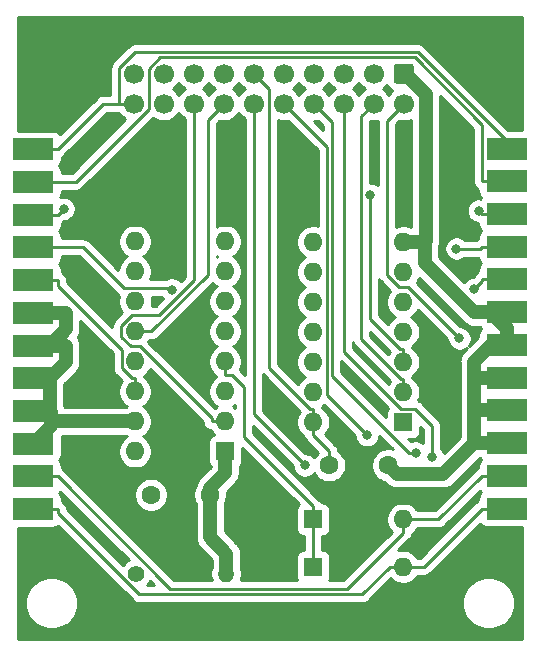
<source format=gbr>
%TF.GenerationSoftware,KiCad,Pcbnew,(5.1.9)-1*%
%TF.CreationDate,2021-05-27T14:44:41-04:00*%
%TF.ProjectId,Aimga2MacFloppy,41696d67-6132-44d6-9163-466c6f707079,1.0*%
%TF.SameCoordinates,Original*%
%TF.FileFunction,Copper,L1,Top*%
%TF.FilePolarity,Positive*%
%FSLAX46Y46*%
G04 Gerber Fmt 4.6, Leading zero omitted, Abs format (unit mm)*
G04 Created by KiCad (PCBNEW (5.1.9)-1) date 2021-05-27 14:44:41*
%MOMM*%
%LPD*%
G01*
G04 APERTURE LIST*
%TA.AperFunction,ComponentPad*%
%ADD10O,1.600000X1.600000*%
%TD*%
%TA.AperFunction,ComponentPad*%
%ADD11R,1.600000X1.600000*%
%TD*%
%TA.AperFunction,ComponentPad*%
%ADD12C,1.600000*%
%TD*%
%TA.AperFunction,SMDPad,CuDef*%
%ADD13R,3.480000X1.846667*%
%TD*%
%TA.AperFunction,ComponentPad*%
%ADD14O,1.400000X1.400000*%
%TD*%
%TA.AperFunction,ComponentPad*%
%ADD15C,1.400000*%
%TD*%
%TA.AperFunction,ComponentPad*%
%ADD16C,1.700000*%
%TD*%
%TA.AperFunction,ViaPad*%
%ADD17C,0.800000*%
%TD*%
%TA.AperFunction,Conductor*%
%ADD18C,1.200000*%
%TD*%
%TA.AperFunction,Conductor*%
%ADD19C,0.250000*%
%TD*%
%TA.AperFunction,NonConductor*%
%ADD20C,0.254000*%
%TD*%
%TA.AperFunction,NonConductor*%
%ADD21C,0.100000*%
%TD*%
G04 APERTURE END LIST*
D10*
%TO.P,D2,2*%
%TO.N,_DKRD*%
X149758000Y-120923000D03*
D11*
%TO.P,D2,1*%
%TO.N,Net-(D1-Pad1)*%
X142138000Y-120923000D03*
%TD*%
D10*
%TO.P,D1,2*%
%TO.N,_RDY*%
X149758000Y-124923000D03*
D11*
%TO.P,D1,1*%
%TO.N,Net-(D1-Pad1)*%
X142138000Y-124923000D03*
%TD*%
D12*
%TO.P,C1,2*%
%TO.N,GND*%
X133408000Y-118833000D03*
%TO.P,C1,1*%
%TO.N,PWM*%
X128408000Y-118833000D03*
%TD*%
%TO.P,C2,2*%
%TO.N,GND*%
X148488000Y-116343000D03*
%TO.P,C2,1*%
%TO.N,PWM*%
X143488000Y-116343000D03*
%TD*%
D13*
%TO.P,J1,12*%
%TO.N,PWM*%
X118444000Y-89580000D03*
%TO.P,J1,11*%
%TO.N,_CHNG*%
X118444000Y-92350000D03*
%TO.P,J1,10*%
%TO.N,_DRES*%
X118444000Y-95120000D03*
%TO.P,J1,9*%
%TO.N,_SEL3*%
X118444000Y-97890000D03*
%TO.P,J1,8*%
%TO.N,_MTRXD*%
X118444000Y-100660000D03*
%TO.P,J1,7*%
%TO.N,GND*%
X118444000Y-103430000D03*
%TO.P,J1,6*%
X118444000Y-106200000D03*
%TO.P,J1,5*%
X118444000Y-108970000D03*
%TO.P,J1,4*%
X118444000Y-111740000D03*
%TO.P,J1,3*%
X118444000Y-114510000D03*
%TO.P,J1,2*%
%TO.N,_DKRD*%
X118444000Y-117280000D03*
%TO.P,J1,1*%
%TO.N,_RDY*%
X118444000Y-120050000D03*
%TD*%
%TO.P,J3,1*%
%TO.N,_RDY*%
X158500000Y-119996000D03*
%TO.P,J3,2*%
%TO.N,_DKRD*%
X158500000Y-117226000D03*
%TO.P,J3,3*%
%TO.N,GND*%
X158500000Y-114456000D03*
%TO.P,J3,4*%
X158500000Y-111686000D03*
%TO.P,J3,5*%
X158500000Y-108916000D03*
%TO.P,J3,6*%
X158500000Y-106146000D03*
%TO.P,J3,7*%
X158500000Y-103376000D03*
%TO.P,J3,8*%
%TO.N,_MTRXD*%
X158500000Y-100606000D03*
%TO.P,J3,9*%
%TO.N,_SEL2*%
X158500000Y-97836000D03*
%TO.P,J3,10*%
%TO.N,_DRES*%
X158500000Y-95066000D03*
%TO.P,J3,11*%
%TO.N,_CHNG*%
X158500000Y-92296000D03*
%TO.P,J3,12*%
%TO.N,PWM*%
X158500000Y-89526000D03*
%TD*%
D14*
%TO.P,R460,2*%
%TO.N,GND*%
X134771000Y-125511000D03*
D15*
%TO.P,R460,1*%
%TO.N,_SEL2*%
X127151000Y-125511000D03*
%TD*%
D16*
%TO.P,J2,20*%
%TO.N,PWM*%
X126940000Y-85733000D03*
%TO.P,J2,18*%
%TO.N,WR*%
X129480000Y-85733000D03*
%TO.P,J2,16*%
%TO.N,RD*%
X132020000Y-85733000D03*
%TO.P,J2,14*%
%TO.N,_ENABLE*%
X134560000Y-85733000D03*
%TO.P,J2,12*%
%TO.N,SEL*%
X137100000Y-85733000D03*
%TO.P,J2,10*%
%TO.N,_DKWE*%
X139640000Y-85733000D03*
%TO.P,J2,8*%
%TO.N,PH3*%
X142180000Y-85733000D03*
%TO.P,J2,6*%
%TO.N,PH2*%
X144720000Y-85733000D03*
%TO.P,J2,4*%
%TO.N,DIR*%
X147260000Y-85733000D03*
%TO.P,J2,2*%
%TO.N,PH0*%
X149800000Y-85733000D03*
%TO.P,J2,19*%
%TO.N,Net-(J2-Pad19)*%
X126940000Y-83193000D03*
%TO.P,J2,17*%
%TO.N,Net-(J2-Pad17)*%
X129480000Y-83193000D03*
%TO.P,J2,15*%
%TO.N,+12V*%
X132020000Y-83193000D03*
%TO.P,J2,13*%
X134560000Y-83193000D03*
%TO.P,J2,11*%
%TO.N,PWM*%
X137100000Y-83193000D03*
%TO.P,J2,9*%
%TO.N,Net-(J2-Pad9)*%
X139640000Y-83193000D03*
%TO.P,J2,7*%
%TO.N,GND*%
X142180000Y-83193000D03*
%TO.P,J2,5*%
X144720000Y-83193000D03*
%TO.P,J2,3*%
X147260000Y-83193000D03*
%TO.P,J2,1*%
%TA.AperFunction,ComponentPad*%
G36*
G01*
X149200000Y-82343000D02*
X150400000Y-82343000D01*
G75*
G02*
X150650000Y-82593000I0J-250000D01*
G01*
X150650000Y-83793000D01*
G75*
G02*
X150400000Y-84043000I-250000J0D01*
G01*
X149200000Y-84043000D01*
G75*
G02*
X148950000Y-83793000I0J250000D01*
G01*
X148950000Y-82593000D01*
G75*
G02*
X149200000Y-82343000I250000J0D01*
G01*
G37*
%TD.AperFunction*%
%TD*%
D10*
%TO.P,U2,14*%
%TO.N,PWM*%
X142137000Y-112684000D03*
%TO.P,U2,7*%
%TO.N,GND*%
X149757000Y-97444000D03*
%TO.P,U2,13*%
%TO.N,Net-(U2-Pad13)*%
X142137000Y-110144000D03*
%TO.P,U2,6*%
%TO.N,Net-(U2-Pad6)*%
X149757000Y-99984000D03*
%TO.P,U2,12*%
%TO.N,Net-(U2-Pad12)*%
X142137000Y-107604000D03*
%TO.P,U2,5*%
%TO.N,Net-(U2-Pad5)*%
X149757000Y-102524000D03*
%TO.P,U2,11*%
%TO.N,Net-(U2-Pad11)*%
X142137000Y-105064000D03*
%TO.P,U2,4*%
%TO.N,Net-(U2-Pad4)*%
X149757000Y-105064000D03*
%TO.P,U2,10*%
%TO.N,Net-(U2-Pad10)*%
X142137000Y-102524000D03*
%TO.P,U2,3*%
%TO.N,WR*%
X149757000Y-107604000D03*
%TO.P,U2,9*%
%TO.N,Net-(U2-Pad9)*%
X142137000Y-99984000D03*
%TO.P,U2,2*%
%TO.N,DIR*%
X149757000Y-110144000D03*
%TO.P,U2,8*%
%TO.N,Net-(U2-Pad8)*%
X142137000Y-97444000D03*
D11*
%TO.P,U2,1*%
%TO.N,_DKWD*%
X149757000Y-112684000D03*
%TD*%
D10*
%TO.P,U1,16*%
%TO.N,PWM*%
X127054000Y-115168000D03*
%TO.P,U1,8*%
%TO.N,GND*%
X134674000Y-97388000D03*
%TO.P,U1,15*%
X127054000Y-112628000D03*
%TO.P,U1,7*%
%TO.N,Net-(U1-Pad7)*%
X134674000Y-99928000D03*
%TO.P,U1,14*%
%TO.N,_MTRXD*%
X127054000Y-110088000D03*
%TO.P,U1,6*%
%TO.N,Net-(U1-Pad6)*%
X134674000Y-102468000D03*
%TO.P,U1,13*%
%TO.N,_SEL1*%
X127054000Y-107548000D03*
%TO.P,U1,5*%
%TO.N,Net-(U1-Pad5)*%
X134674000Y-105008000D03*
%TO.P,U1,12*%
%TO.N,_ENABLE*%
X127054000Y-105008000D03*
%TO.P,U1,4*%
%TO.N,Net-(D1-Pad1)*%
X134674000Y-107548000D03*
%TO.P,U1,11*%
%TO.N,Net-(U1-Pad11)*%
X127054000Y-102468000D03*
%TO.P,U1,3*%
%TO.N,GND*%
X134674000Y-110088000D03*
%TO.P,U1,10*%
%TO.N,Net-(U1-Pad10)*%
X127054000Y-99928000D03*
%TO.P,U1,2*%
%TO.N,RD*%
X134674000Y-112628000D03*
%TO.P,U1,9*%
%TO.N,Net-(U1-Pad9)*%
X127054000Y-97388000D03*
D11*
%TO.P,U1,1*%
%TO.N,GND*%
X134674000Y-115168000D03*
%TD*%
D17*
%TO.N,_SEL3*%
X130170700Y-101472200D03*
%TO.N,_DKWE*%
X146690800Y-113776200D03*
%TO.N,_DRES*%
X120998900Y-94625600D03*
X156151300Y-94782600D03*
%TO.N,_SEL2*%
X154254800Y-97990300D03*
%TO.N,WR*%
X146940000Y-93432200D03*
%TO.N,_MTRXD*%
X155785000Y-101408600D03*
%TO.N,PH0*%
X154515800Y-105592300D03*
%TO.N,SEL*%
X141417600Y-116336100D03*
%TO.N,PH3*%
X150800000Y-115266200D03*
%TO.N,PH2*%
X152199300Y-115642400D03*
%TD*%
D18*
%TO.N,GND*%
X134674000Y-115168000D02*
X134674000Y-116968300D01*
X134674000Y-116968300D02*
X133408000Y-118234300D01*
X133408000Y-118234300D02*
X133408000Y-118833000D01*
X148488000Y-116343000D02*
X149200500Y-117055500D01*
X149200500Y-117055500D02*
X153160200Y-117055500D01*
X153160200Y-117055500D02*
X155759700Y-114456000D01*
X155759700Y-111686000D02*
X155759700Y-114456000D01*
X155759700Y-111686000D02*
X155759700Y-108916000D01*
X158500000Y-114456000D02*
X155759700Y-114456000D01*
X158500000Y-111686000D02*
X155759700Y-111686000D01*
X158500000Y-108916000D02*
X155759700Y-108916000D01*
X151557300Y-97444000D02*
X151557300Y-99173600D01*
X151557300Y-99173600D02*
X155759700Y-103376000D01*
X119941900Y-112628000D02*
X119941900Y-111867600D01*
X119941900Y-111867600D02*
X119941800Y-111867600D01*
X119941800Y-111867600D02*
X119814200Y-111740000D01*
X118444000Y-114510000D02*
X119941900Y-113012100D01*
X119941900Y-113012100D02*
X119941900Y-112628000D01*
X125253700Y-112628000D02*
X119941900Y-112628000D01*
X127054000Y-112628000D02*
X125253700Y-112628000D01*
X158500000Y-106146000D02*
X157168400Y-106146000D01*
X157168400Y-106146000D02*
X155759700Y-107554700D01*
X155759700Y-107554700D02*
X155759700Y-108916000D01*
X157129900Y-103376000D02*
X158500000Y-104746100D01*
X158500000Y-104746100D02*
X158500000Y-106146000D01*
X118444000Y-111740000D02*
X119814200Y-111740000D01*
X119814200Y-111740000D02*
X119814200Y-108970000D01*
X118444000Y-103430000D02*
X121184300Y-103430000D01*
X119814200Y-106200000D02*
X121184300Y-104829900D01*
X121184300Y-104829900D02*
X121184300Y-103430000D01*
X119814200Y-106200000D02*
X121184300Y-106200000D01*
X118444000Y-106200000D02*
X119814200Y-106200000D01*
X119814200Y-108970000D02*
X121184300Y-107599900D01*
X121184300Y-107599900D02*
X121184300Y-106200000D01*
X118444000Y-108970000D02*
X119814200Y-108970000D01*
X157129900Y-103376000D02*
X155759700Y-103376000D01*
X158500000Y-103376000D02*
X157129900Y-103376000D01*
X149800000Y-83193000D02*
X149918100Y-83193000D01*
X149918100Y-83193000D02*
X151667600Y-84942500D01*
X151667600Y-84942500D02*
X151667600Y-97333700D01*
X151667600Y-97333700D02*
X151557300Y-97444000D01*
X134771000Y-125511000D02*
X134771000Y-123810700D01*
X134771000Y-123810700D02*
X133408000Y-122447700D01*
X133408000Y-122447700D02*
X133408000Y-118833000D01*
X149757000Y-97444000D02*
X151557300Y-97444000D01*
D19*
%TO.N,_SEL3*%
X118444000Y-97890000D02*
X122657900Y-97890000D01*
X122657900Y-97890000D02*
X126110500Y-101342600D01*
X126110500Y-101342600D02*
X130041100Y-101342600D01*
X130041100Y-101342600D02*
X130170700Y-101472200D01*
%TO.N,DIR*%
X149757000Y-109018700D02*
X149553300Y-109018700D01*
X149553300Y-109018700D02*
X146214700Y-105680100D01*
X146214700Y-105680100D02*
X146214700Y-86778300D01*
X146214700Y-86778300D02*
X147260000Y-85733000D01*
X149757000Y-110144000D02*
X149757000Y-109018700D01*
%TO.N,_DKWE*%
X139640000Y-85733000D02*
X143262400Y-89355400D01*
X143262400Y-89355400D02*
X143262400Y-110347800D01*
X143262400Y-110347800D02*
X146690800Y-113776200D01*
%TO.N,_CHNG*%
X158500000Y-92296000D02*
X156434700Y-92296000D01*
X156434700Y-92296000D02*
X156434700Y-87529500D01*
X156434700Y-87529500D02*
X150709900Y-81804700D01*
X150709900Y-81804700D02*
X129187500Y-81804700D01*
X129187500Y-81804700D02*
X128210000Y-82782200D01*
X128210000Y-82782200D02*
X128210000Y-86153100D01*
X128210000Y-86153100D02*
X122013100Y-92350000D01*
X122013100Y-92350000D02*
X118444000Y-92350000D01*
%TO.N,_DRES*%
X120509300Y-95120000D02*
X120998900Y-94630400D01*
X120998900Y-94630400D02*
X120998900Y-94625600D01*
X156434700Y-95066000D02*
X156151300Y-94782600D01*
X158500000Y-95066000D02*
X156434700Y-95066000D01*
X118444000Y-95120000D02*
X120509300Y-95120000D01*
%TO.N,_SEL2*%
X158500000Y-97836000D02*
X156434700Y-97836000D01*
X154254800Y-97990300D02*
X156280400Y-97990300D01*
X156280400Y-97990300D02*
X156434700Y-97836000D01*
%TO.N,WR*%
X149757000Y-106478700D02*
X149475700Y-106478700D01*
X149475700Y-106478700D02*
X146940000Y-103943000D01*
X146940000Y-103943000D02*
X146940000Y-93432200D01*
X149757000Y-107604000D02*
X149757000Y-106478700D01*
%TO.N,RD*%
X134674000Y-112628000D02*
X133548700Y-112628000D01*
X133548700Y-112628000D02*
X133548700Y-112346700D01*
X133548700Y-112346700D02*
X127480000Y-106278000D01*
X127480000Y-106278000D02*
X126712600Y-106278000D01*
X126712600Y-106278000D02*
X125878600Y-105444000D01*
X125878600Y-105444000D02*
X125878600Y-104544100D01*
X125878600Y-104544100D02*
X126829300Y-103593400D01*
X126829300Y-103593400D02*
X129116400Y-103593400D01*
X129116400Y-103593400D02*
X132020000Y-100689800D01*
X132020000Y-100689800D02*
X132020000Y-85733000D01*
%TO.N,_RDY*%
X149758000Y-124923000D02*
X148632700Y-124923000D01*
X148632700Y-124923000D02*
X146304200Y-127251500D01*
X146304200Y-127251500D02*
X127398700Y-127251500D01*
X127398700Y-127251500D02*
X120509300Y-120362100D01*
X120509300Y-120362100D02*
X120509300Y-120050000D01*
X156434700Y-119996000D02*
X151507700Y-124923000D01*
X151507700Y-124923000D02*
X149758000Y-124923000D01*
X118444000Y-120050000D02*
X120509300Y-120050000D01*
X158500000Y-119996000D02*
X156434700Y-119996000D01*
%TO.N,_DKRD*%
X158500000Y-117226000D02*
X156434700Y-117226000D01*
X156434700Y-117226000D02*
X152737700Y-120923000D01*
X152737700Y-120923000D02*
X149758000Y-120923000D01*
X149758000Y-122048300D02*
X145005600Y-126800700D01*
X145005600Y-126800700D02*
X130030000Y-126800700D01*
X130030000Y-126800700D02*
X120509300Y-117280000D01*
X149758000Y-120923000D02*
X149758000Y-122048300D01*
X118444000Y-117280000D02*
X120509300Y-117280000D01*
%TO.N,_MTRXD*%
X158500000Y-100606000D02*
X156434700Y-100606000D01*
X155785000Y-101408600D02*
X156434700Y-100758900D01*
X156434700Y-100758900D02*
X156434700Y-100606000D01*
X118444000Y-100660000D02*
X120509300Y-100660000D01*
X127054000Y-110088000D02*
X127054000Y-108962700D01*
X127054000Y-108962700D02*
X126772600Y-108962700D01*
X126772600Y-108962700D02*
X125928700Y-108118800D01*
X125928700Y-108118800D02*
X125928700Y-106551100D01*
X125928700Y-106551100D02*
X120509300Y-101131700D01*
X120509300Y-101131700D02*
X120509300Y-100660000D01*
%TO.N,PWM*%
X125725300Y-85733000D02*
X124356300Y-85733000D01*
X124356300Y-85733000D02*
X120509300Y-89580000D01*
X126940000Y-85733000D02*
X125725300Y-85733000D01*
X125725300Y-85733000D02*
X125725300Y-82706500D01*
X125725300Y-82706500D02*
X127077500Y-81354300D01*
X127077500Y-81354300D02*
X150972100Y-81354300D01*
X150972100Y-81354300D02*
X158500000Y-88882200D01*
X158500000Y-88882200D02*
X158500000Y-89526000D01*
X137100000Y-83193000D02*
X138370000Y-84463000D01*
X138370000Y-84463000D02*
X138370000Y-108073100D01*
X138370000Y-108073100D02*
X141855600Y-111558700D01*
X141855600Y-111558700D02*
X142137000Y-111558700D01*
X143488000Y-116343000D02*
X143488000Y-115160300D01*
X143488000Y-115160300D02*
X142137000Y-113809300D01*
X118444000Y-89580000D02*
X120509300Y-89580000D01*
X142137000Y-112684000D02*
X142137000Y-111558700D01*
X142137000Y-112684000D02*
X142137000Y-113809300D01*
%TO.N,PH0*%
X149800000Y-85733000D02*
X148376700Y-87156300D01*
X148376700Y-87156300D02*
X148376700Y-100210600D01*
X148376700Y-100210600D02*
X149420100Y-101254000D01*
X149420100Y-101254000D02*
X150177500Y-101254000D01*
X150177500Y-101254000D02*
X154515800Y-105592300D01*
%TO.N,SEL*%
X137100000Y-85733000D02*
X137100000Y-112018500D01*
X137100000Y-112018500D02*
X141417600Y-116336100D01*
%TO.N,PH3*%
X150800000Y-115266200D02*
X150242300Y-115266200D01*
X150242300Y-115266200D02*
X143712800Y-108736700D01*
X143712800Y-108736700D02*
X143712800Y-87265800D01*
X143712800Y-87265800D02*
X142180000Y-85733000D01*
%TO.N,PH2*%
X144720000Y-85733000D02*
X144720000Y-106711500D01*
X144720000Y-106711500D02*
X149567100Y-111558600D01*
X149567100Y-111558600D02*
X150766100Y-111558600D01*
X150766100Y-111558600D02*
X152199300Y-112991800D01*
X152199300Y-112991800D02*
X152199300Y-115642400D01*
%TO.N,_ENABLE*%
X128179300Y-105008000D02*
X128418100Y-105008000D01*
X128418100Y-105008000D02*
X133195400Y-100230700D01*
X133195400Y-100230700D02*
X133195400Y-87097600D01*
X133195400Y-87097600D02*
X134560000Y-85733000D01*
X127054000Y-105008000D02*
X128179300Y-105008000D01*
%TO.N,Net-(D1-Pad1)*%
X142138000Y-124923000D02*
X142138000Y-120923000D01*
X134674000Y-108673300D02*
X135236600Y-108673300D01*
X135236600Y-108673300D02*
X136282300Y-109719000D01*
X136282300Y-109719000D02*
X136282300Y-113942000D01*
X136282300Y-113942000D02*
X142138000Y-119797700D01*
X142138000Y-120923000D02*
X142138000Y-119797700D01*
X134674000Y-107548000D02*
X134674000Y-108673300D01*
%TD*%
D20*
X156308815Y-121370518D02*
X156405506Y-121449870D01*
X156515820Y-121508835D01*
X156635518Y-121545145D01*
X156760000Y-121557405D01*
X159820140Y-121557405D01*
X159822815Y-131032960D01*
X117142814Y-131032960D01*
X117141896Y-127779872D01*
X117765000Y-127779872D01*
X117765000Y-128220128D01*
X117850890Y-128651925D01*
X118019369Y-129058669D01*
X118263962Y-129424729D01*
X118575271Y-129736038D01*
X118941331Y-129980631D01*
X119348075Y-130149110D01*
X119779872Y-130235000D01*
X120220128Y-130235000D01*
X120651925Y-130149110D01*
X121058669Y-129980631D01*
X121424729Y-129736038D01*
X121736038Y-129424729D01*
X121980631Y-129058669D01*
X122149110Y-128651925D01*
X122235000Y-128220128D01*
X122235000Y-127779872D01*
X122149110Y-127348075D01*
X121980631Y-126941331D01*
X121736038Y-126575271D01*
X121424729Y-126263962D01*
X121058669Y-126019369D01*
X120651925Y-125850890D01*
X120220128Y-125765000D01*
X119779872Y-125765000D01*
X119348075Y-125850890D01*
X118941331Y-126019369D01*
X118575271Y-126263962D01*
X118263962Y-126575271D01*
X118019369Y-126941331D01*
X117850890Y-127348075D01*
X117765000Y-127779872D01*
X117141896Y-127779872D01*
X117140155Y-121611405D01*
X120184000Y-121611405D01*
X120308482Y-121599145D01*
X120428180Y-121562835D01*
X120538494Y-121503870D01*
X120559242Y-121486843D01*
X126834901Y-127762503D01*
X126858699Y-127791501D01*
X126887697Y-127815299D01*
X126974423Y-127886474D01*
X127106453Y-127957046D01*
X127249714Y-128000503D01*
X127361367Y-128011500D01*
X127361377Y-128011500D01*
X127398700Y-128015176D01*
X127436023Y-128011500D01*
X146266878Y-128011500D01*
X146304200Y-128015176D01*
X146341522Y-128011500D01*
X146341533Y-128011500D01*
X146453186Y-128000503D01*
X146596447Y-127957046D01*
X146728476Y-127886474D01*
X146844201Y-127791501D01*
X146853744Y-127779872D01*
X154765000Y-127779872D01*
X154765000Y-128220128D01*
X154850890Y-128651925D01*
X155019369Y-129058669D01*
X155263962Y-129424729D01*
X155575271Y-129736038D01*
X155941331Y-129980631D01*
X156348075Y-130149110D01*
X156779872Y-130235000D01*
X157220128Y-130235000D01*
X157651925Y-130149110D01*
X158058669Y-129980631D01*
X158424729Y-129736038D01*
X158736038Y-129424729D01*
X158980631Y-129058669D01*
X159149110Y-128651925D01*
X159235000Y-128220128D01*
X159235000Y-127779872D01*
X159149110Y-127348075D01*
X158980631Y-126941331D01*
X158736038Y-126575271D01*
X158424729Y-126263962D01*
X158058669Y-126019369D01*
X157651925Y-125850890D01*
X157220128Y-125765000D01*
X156779872Y-125765000D01*
X156348075Y-125850890D01*
X155941331Y-126019369D01*
X155575271Y-126263962D01*
X155263962Y-126575271D01*
X155019369Y-126941331D01*
X154850890Y-127348075D01*
X154765000Y-127779872D01*
X146853744Y-127779872D01*
X146868004Y-127762497D01*
X148718053Y-125912449D01*
X148843241Y-126037637D01*
X149078273Y-126194680D01*
X149339426Y-126302853D01*
X149616665Y-126358000D01*
X149899335Y-126358000D01*
X150176574Y-126302853D01*
X150437727Y-126194680D01*
X150672759Y-126037637D01*
X150872637Y-125837759D01*
X150976043Y-125683000D01*
X151470378Y-125683000D01*
X151507700Y-125686676D01*
X151545022Y-125683000D01*
X151545033Y-125683000D01*
X151656686Y-125672003D01*
X151799947Y-125628546D01*
X151931976Y-125557974D01*
X152047701Y-125463001D01*
X152071504Y-125433997D01*
X156230460Y-121275042D01*
X156308815Y-121370518D01*
%TA.AperFunction,NonConductor*%
D21*
G36*
X156308815Y-121370518D02*
G01*
X156405506Y-121449870D01*
X156515820Y-121508835D01*
X156635518Y-121545145D01*
X156760000Y-121557405D01*
X159820140Y-121557405D01*
X159822815Y-131032960D01*
X117142814Y-131032960D01*
X117141896Y-127779872D01*
X117765000Y-127779872D01*
X117765000Y-128220128D01*
X117850890Y-128651925D01*
X118019369Y-129058669D01*
X118263962Y-129424729D01*
X118575271Y-129736038D01*
X118941331Y-129980631D01*
X119348075Y-130149110D01*
X119779872Y-130235000D01*
X120220128Y-130235000D01*
X120651925Y-130149110D01*
X121058669Y-129980631D01*
X121424729Y-129736038D01*
X121736038Y-129424729D01*
X121980631Y-129058669D01*
X122149110Y-128651925D01*
X122235000Y-128220128D01*
X122235000Y-127779872D01*
X122149110Y-127348075D01*
X121980631Y-126941331D01*
X121736038Y-126575271D01*
X121424729Y-126263962D01*
X121058669Y-126019369D01*
X120651925Y-125850890D01*
X120220128Y-125765000D01*
X119779872Y-125765000D01*
X119348075Y-125850890D01*
X118941331Y-126019369D01*
X118575271Y-126263962D01*
X118263962Y-126575271D01*
X118019369Y-126941331D01*
X117850890Y-127348075D01*
X117765000Y-127779872D01*
X117141896Y-127779872D01*
X117140155Y-121611405D01*
X120184000Y-121611405D01*
X120308482Y-121599145D01*
X120428180Y-121562835D01*
X120538494Y-121503870D01*
X120559242Y-121486843D01*
X126834901Y-127762503D01*
X126858699Y-127791501D01*
X126887697Y-127815299D01*
X126974423Y-127886474D01*
X127106453Y-127957046D01*
X127249714Y-128000503D01*
X127361367Y-128011500D01*
X127361377Y-128011500D01*
X127398700Y-128015176D01*
X127436023Y-128011500D01*
X146266878Y-128011500D01*
X146304200Y-128015176D01*
X146341522Y-128011500D01*
X146341533Y-128011500D01*
X146453186Y-128000503D01*
X146596447Y-127957046D01*
X146728476Y-127886474D01*
X146844201Y-127791501D01*
X146853744Y-127779872D01*
X154765000Y-127779872D01*
X154765000Y-128220128D01*
X154850890Y-128651925D01*
X155019369Y-129058669D01*
X155263962Y-129424729D01*
X155575271Y-129736038D01*
X155941331Y-129980631D01*
X156348075Y-130149110D01*
X156779872Y-130235000D01*
X157220128Y-130235000D01*
X157651925Y-130149110D01*
X158058669Y-129980631D01*
X158424729Y-129736038D01*
X158736038Y-129424729D01*
X158980631Y-129058669D01*
X159149110Y-128651925D01*
X159235000Y-128220128D01*
X159235000Y-127779872D01*
X159149110Y-127348075D01*
X158980631Y-126941331D01*
X158736038Y-126575271D01*
X158424729Y-126263962D01*
X158058669Y-126019369D01*
X157651925Y-125850890D01*
X157220128Y-125765000D01*
X156779872Y-125765000D01*
X156348075Y-125850890D01*
X155941331Y-126019369D01*
X155575271Y-126263962D01*
X155263962Y-126575271D01*
X155019369Y-126941331D01*
X154850890Y-127348075D01*
X154765000Y-127779872D01*
X146853744Y-127779872D01*
X146868004Y-127762497D01*
X148718053Y-125912449D01*
X148843241Y-126037637D01*
X149078273Y-126194680D01*
X149339426Y-126302853D01*
X149616665Y-126358000D01*
X149899335Y-126358000D01*
X150176574Y-126302853D01*
X150437727Y-126194680D01*
X150672759Y-126037637D01*
X150872637Y-125837759D01*
X150976043Y-125683000D01*
X151470378Y-125683000D01*
X151507700Y-125686676D01*
X151545022Y-125683000D01*
X151545033Y-125683000D01*
X151656686Y-125672003D01*
X151799947Y-125628546D01*
X151931976Y-125557974D01*
X152047701Y-125463001D01*
X152071504Y-125433997D01*
X156230460Y-121275042D01*
X156308815Y-121370518D01*
G37*
%TD.AperFunction*%
D20*
X128645998Y-126491500D02*
X128058475Y-126491500D01*
X128187962Y-126362013D01*
X128319560Y-126165062D01*
X128645998Y-126491500D01*
%TA.AperFunction,NonConductor*%
D21*
G36*
X128645998Y-126491500D02*
G01*
X128058475Y-126491500D01*
X128187962Y-126362013D01*
X128319560Y-126165062D01*
X128645998Y-126491500D01*
G37*
%TD.AperFunction*%
D20*
X132788281Y-112661083D02*
X132799697Y-112776986D01*
X132843154Y-112920247D01*
X132913726Y-113052276D01*
X132986364Y-113140786D01*
X133008699Y-113168001D01*
X133124424Y-113262974D01*
X133256453Y-113333546D01*
X133399714Y-113377003D01*
X133452053Y-113382158D01*
X133559363Y-113542759D01*
X133757961Y-113741357D01*
X133749518Y-113742188D01*
X133629820Y-113778498D01*
X133519506Y-113837463D01*
X133422815Y-113916815D01*
X133343463Y-114013506D01*
X133284498Y-114123820D01*
X133248188Y-114243518D01*
X133235928Y-114368000D01*
X133235928Y-115968000D01*
X133248188Y-116092482D01*
X133284498Y-116212180D01*
X133343463Y-116322494D01*
X133422815Y-116419185D01*
X133439000Y-116432468D01*
X133439000Y-116456746D01*
X132577625Y-117318122D01*
X132530498Y-117356798D01*
X132376167Y-117544852D01*
X132261489Y-117759400D01*
X132261489Y-117759401D01*
X132190870Y-117992198D01*
X132181694Y-118085366D01*
X132136320Y-118153273D01*
X132028147Y-118414426D01*
X131973000Y-118691665D01*
X131973000Y-118974335D01*
X132028147Y-119251574D01*
X132136320Y-119512727D01*
X132173001Y-119567624D01*
X132173000Y-122387035D01*
X132167025Y-122447700D01*
X132180873Y-122588301D01*
X132190870Y-122689801D01*
X132261489Y-122922600D01*
X132376167Y-123137148D01*
X132530498Y-123325202D01*
X132577625Y-123363878D01*
X133536000Y-124322254D01*
X133536000Y-125004033D01*
X133487304Y-125121595D01*
X133436000Y-125379514D01*
X133436000Y-125642486D01*
X133487304Y-125900405D01*
X133545416Y-126040700D01*
X130344802Y-126040700D01*
X122995767Y-118691665D01*
X126973000Y-118691665D01*
X126973000Y-118974335D01*
X127028147Y-119251574D01*
X127136320Y-119512727D01*
X127293363Y-119747759D01*
X127493241Y-119947637D01*
X127728273Y-120104680D01*
X127989426Y-120212853D01*
X128266665Y-120268000D01*
X128549335Y-120268000D01*
X128826574Y-120212853D01*
X129087727Y-120104680D01*
X129322759Y-119947637D01*
X129522637Y-119747759D01*
X129679680Y-119512727D01*
X129787853Y-119251574D01*
X129843000Y-118974335D01*
X129843000Y-118691665D01*
X129787853Y-118414426D01*
X129679680Y-118153273D01*
X129522637Y-117918241D01*
X129322759Y-117718363D01*
X129087727Y-117561320D01*
X128826574Y-117453147D01*
X128549335Y-117398000D01*
X128266665Y-117398000D01*
X127989426Y-117453147D01*
X127728273Y-117561320D01*
X127493241Y-117718363D01*
X127293363Y-117918241D01*
X127136320Y-118153273D01*
X127028147Y-118414426D01*
X126973000Y-118691665D01*
X122995767Y-118691665D01*
X121073104Y-116769003D01*
X121049301Y-116739999D01*
X120933576Y-116645026D01*
X120822072Y-116585425D01*
X120822072Y-116356667D01*
X120809812Y-116232185D01*
X120773502Y-116112487D01*
X120714537Y-116002173D01*
X120635185Y-115905482D01*
X120622413Y-115895000D01*
X120635185Y-115884518D01*
X120714537Y-115787827D01*
X120773502Y-115677513D01*
X120809812Y-115557815D01*
X120822072Y-115433333D01*
X120822072Y-113886349D01*
X120841234Y-113863000D01*
X126319377Y-113863000D01*
X126371759Y-113898000D01*
X126139241Y-114053363D01*
X125939363Y-114253241D01*
X125782320Y-114488273D01*
X125674147Y-114749426D01*
X125619000Y-115026665D01*
X125619000Y-115309335D01*
X125674147Y-115586574D01*
X125782320Y-115847727D01*
X125939363Y-116082759D01*
X126139241Y-116282637D01*
X126374273Y-116439680D01*
X126635426Y-116547853D01*
X126912665Y-116603000D01*
X127195335Y-116603000D01*
X127472574Y-116547853D01*
X127733727Y-116439680D01*
X127968759Y-116282637D01*
X128168637Y-116082759D01*
X128325680Y-115847727D01*
X128433853Y-115586574D01*
X128489000Y-115309335D01*
X128489000Y-115026665D01*
X128433853Y-114749426D01*
X128325680Y-114488273D01*
X128168637Y-114253241D01*
X127968759Y-114053363D01*
X127736241Y-113898000D01*
X127968759Y-113742637D01*
X128168637Y-113542759D01*
X128325680Y-113307727D01*
X128433853Y-113046574D01*
X128489000Y-112769335D01*
X128489000Y-112486665D01*
X128433853Y-112209426D01*
X128325680Y-111948273D01*
X128168637Y-111713241D01*
X127968759Y-111513363D01*
X127736241Y-111358000D01*
X127968759Y-111202637D01*
X128168637Y-111002759D01*
X128325680Y-110767727D01*
X128433853Y-110506574D01*
X128489000Y-110229335D01*
X128489000Y-109946665D01*
X128433853Y-109669426D01*
X128325680Y-109408273D01*
X128168637Y-109173241D01*
X127968759Y-108973363D01*
X127808158Y-108866053D01*
X127803003Y-108813714D01*
X127792833Y-108780187D01*
X127968759Y-108662637D01*
X128168637Y-108462759D01*
X128325680Y-108227727D01*
X128334246Y-108207047D01*
X132788281Y-112661083D01*
%TA.AperFunction,NonConductor*%
D21*
G36*
X132788281Y-112661083D02*
G01*
X132799697Y-112776986D01*
X132843154Y-112920247D01*
X132913726Y-113052276D01*
X132986364Y-113140786D01*
X133008699Y-113168001D01*
X133124424Y-113262974D01*
X133256453Y-113333546D01*
X133399714Y-113377003D01*
X133452053Y-113382158D01*
X133559363Y-113542759D01*
X133757961Y-113741357D01*
X133749518Y-113742188D01*
X133629820Y-113778498D01*
X133519506Y-113837463D01*
X133422815Y-113916815D01*
X133343463Y-114013506D01*
X133284498Y-114123820D01*
X133248188Y-114243518D01*
X133235928Y-114368000D01*
X133235928Y-115968000D01*
X133248188Y-116092482D01*
X133284498Y-116212180D01*
X133343463Y-116322494D01*
X133422815Y-116419185D01*
X133439000Y-116432468D01*
X133439000Y-116456746D01*
X132577625Y-117318122D01*
X132530498Y-117356798D01*
X132376167Y-117544852D01*
X132261489Y-117759400D01*
X132261489Y-117759401D01*
X132190870Y-117992198D01*
X132181694Y-118085366D01*
X132136320Y-118153273D01*
X132028147Y-118414426D01*
X131973000Y-118691665D01*
X131973000Y-118974335D01*
X132028147Y-119251574D01*
X132136320Y-119512727D01*
X132173001Y-119567624D01*
X132173000Y-122387035D01*
X132167025Y-122447700D01*
X132180873Y-122588301D01*
X132190870Y-122689801D01*
X132261489Y-122922600D01*
X132376167Y-123137148D01*
X132530498Y-123325202D01*
X132577625Y-123363878D01*
X133536000Y-124322254D01*
X133536000Y-125004033D01*
X133487304Y-125121595D01*
X133436000Y-125379514D01*
X133436000Y-125642486D01*
X133487304Y-125900405D01*
X133545416Y-126040700D01*
X130344802Y-126040700D01*
X122995767Y-118691665D01*
X126973000Y-118691665D01*
X126973000Y-118974335D01*
X127028147Y-119251574D01*
X127136320Y-119512727D01*
X127293363Y-119747759D01*
X127493241Y-119947637D01*
X127728273Y-120104680D01*
X127989426Y-120212853D01*
X128266665Y-120268000D01*
X128549335Y-120268000D01*
X128826574Y-120212853D01*
X129087727Y-120104680D01*
X129322759Y-119947637D01*
X129522637Y-119747759D01*
X129679680Y-119512727D01*
X129787853Y-119251574D01*
X129843000Y-118974335D01*
X129843000Y-118691665D01*
X129787853Y-118414426D01*
X129679680Y-118153273D01*
X129522637Y-117918241D01*
X129322759Y-117718363D01*
X129087727Y-117561320D01*
X128826574Y-117453147D01*
X128549335Y-117398000D01*
X128266665Y-117398000D01*
X127989426Y-117453147D01*
X127728273Y-117561320D01*
X127493241Y-117718363D01*
X127293363Y-117918241D01*
X127136320Y-118153273D01*
X127028147Y-118414426D01*
X126973000Y-118691665D01*
X122995767Y-118691665D01*
X121073104Y-116769003D01*
X121049301Y-116739999D01*
X120933576Y-116645026D01*
X120822072Y-116585425D01*
X120822072Y-116356667D01*
X120809812Y-116232185D01*
X120773502Y-116112487D01*
X120714537Y-116002173D01*
X120635185Y-115905482D01*
X120622413Y-115895000D01*
X120635185Y-115884518D01*
X120714537Y-115787827D01*
X120773502Y-115677513D01*
X120809812Y-115557815D01*
X120822072Y-115433333D01*
X120822072Y-113886349D01*
X120841234Y-113863000D01*
X126319377Y-113863000D01*
X126371759Y-113898000D01*
X126139241Y-114053363D01*
X125939363Y-114253241D01*
X125782320Y-114488273D01*
X125674147Y-114749426D01*
X125619000Y-115026665D01*
X125619000Y-115309335D01*
X125674147Y-115586574D01*
X125782320Y-115847727D01*
X125939363Y-116082759D01*
X126139241Y-116282637D01*
X126374273Y-116439680D01*
X126635426Y-116547853D01*
X126912665Y-116603000D01*
X127195335Y-116603000D01*
X127472574Y-116547853D01*
X127733727Y-116439680D01*
X127968759Y-116282637D01*
X128168637Y-116082759D01*
X128325680Y-115847727D01*
X128433853Y-115586574D01*
X128489000Y-115309335D01*
X128489000Y-115026665D01*
X128433853Y-114749426D01*
X128325680Y-114488273D01*
X128168637Y-114253241D01*
X127968759Y-114053363D01*
X127736241Y-113898000D01*
X127968759Y-113742637D01*
X128168637Y-113542759D01*
X128325680Y-113307727D01*
X128433853Y-113046574D01*
X128489000Y-112769335D01*
X128489000Y-112486665D01*
X128433853Y-112209426D01*
X128325680Y-111948273D01*
X128168637Y-111713241D01*
X127968759Y-111513363D01*
X127736241Y-111358000D01*
X127968759Y-111202637D01*
X128168637Y-111002759D01*
X128325680Y-110767727D01*
X128433853Y-110506574D01*
X128489000Y-110229335D01*
X128489000Y-109946665D01*
X128433853Y-109669426D01*
X128325680Y-109408273D01*
X128168637Y-109173241D01*
X127968759Y-108973363D01*
X127808158Y-108866053D01*
X127803003Y-108813714D01*
X127792833Y-108780187D01*
X127968759Y-108662637D01*
X128168637Y-108462759D01*
X128325680Y-108227727D01*
X128334246Y-108207047D01*
X132788281Y-112661083D01*
G37*
%TD.AperFunction*%
D20*
X145655800Y-113816002D02*
X145655800Y-113878139D01*
X145695574Y-114078098D01*
X145773595Y-114266456D01*
X145886863Y-114435974D01*
X146031026Y-114580137D01*
X146200544Y-114693405D01*
X146388902Y-114771426D01*
X146588861Y-114811200D01*
X146792739Y-114811200D01*
X146992698Y-114771426D01*
X147181056Y-114693405D01*
X147350574Y-114580137D01*
X147494737Y-114435974D01*
X147608005Y-114266456D01*
X147686026Y-114078098D01*
X147725800Y-113878139D01*
X147725800Y-113824502D01*
X148853983Y-114952686D01*
X148629335Y-114908000D01*
X148346665Y-114908000D01*
X148069426Y-114963147D01*
X147808273Y-115071320D01*
X147573241Y-115228363D01*
X147373363Y-115428241D01*
X147216320Y-115663273D01*
X147108147Y-115924426D01*
X147053000Y-116201665D01*
X147053000Y-116484335D01*
X147108147Y-116761574D01*
X147216320Y-117022727D01*
X147373363Y-117257759D01*
X147573241Y-117457637D01*
X147808273Y-117614680D01*
X148069426Y-117722853D01*
X148134181Y-117735734D01*
X148284321Y-117885874D01*
X148322998Y-117933002D01*
X148511051Y-118087333D01*
X148672511Y-118173635D01*
X148725599Y-118202011D01*
X148958397Y-118272630D01*
X149200499Y-118296475D01*
X149261164Y-118290500D01*
X153099535Y-118290500D01*
X153160200Y-118296475D01*
X153220865Y-118290500D01*
X153402302Y-118272630D01*
X153635101Y-118202011D01*
X153849649Y-118087333D01*
X154037702Y-117933002D01*
X154076378Y-117885875D01*
X156229102Y-115733152D01*
X156229463Y-115733827D01*
X156308815Y-115830518D01*
X156321587Y-115841000D01*
X156308815Y-115851482D01*
X156229463Y-115948173D01*
X156170498Y-116058487D01*
X156134188Y-116178185D01*
X156121928Y-116302667D01*
X156121928Y-116531425D01*
X156010424Y-116591026D01*
X155894699Y-116685999D01*
X155870901Y-116714997D01*
X152422899Y-120163000D01*
X150976043Y-120163000D01*
X150872637Y-120008241D01*
X150672759Y-119808363D01*
X150437727Y-119651320D01*
X150176574Y-119543147D01*
X149899335Y-119488000D01*
X149616665Y-119488000D01*
X149339426Y-119543147D01*
X149078273Y-119651320D01*
X148843241Y-119808363D01*
X148643363Y-120008241D01*
X148486320Y-120243273D01*
X148378147Y-120504426D01*
X148323000Y-120781665D01*
X148323000Y-121064335D01*
X148378147Y-121341574D01*
X148486320Y-121602727D01*
X148643363Y-121837759D01*
X148768551Y-121962947D01*
X144690799Y-126040700D01*
X143488204Y-126040700D01*
X143527502Y-125967180D01*
X143563812Y-125847482D01*
X143576072Y-125723000D01*
X143576072Y-124123000D01*
X143563812Y-123998518D01*
X143527502Y-123878820D01*
X143468537Y-123768506D01*
X143389185Y-123671815D01*
X143292494Y-123592463D01*
X143182180Y-123533498D01*
X143062482Y-123497188D01*
X142938000Y-123484928D01*
X142898000Y-123484928D01*
X142898000Y-122361072D01*
X142938000Y-122361072D01*
X143062482Y-122348812D01*
X143182180Y-122312502D01*
X143292494Y-122253537D01*
X143389185Y-122174185D01*
X143468537Y-122077494D01*
X143527502Y-121967180D01*
X143563812Y-121847482D01*
X143576072Y-121723000D01*
X143576072Y-120123000D01*
X143563812Y-119998518D01*
X143527502Y-119878820D01*
X143468537Y-119768506D01*
X143389185Y-119671815D01*
X143292494Y-119592463D01*
X143182180Y-119533498D01*
X143062482Y-119497188D01*
X142938000Y-119484928D01*
X142832575Y-119484928D01*
X142772974Y-119373424D01*
X142678001Y-119257699D01*
X142649003Y-119233901D01*
X137042300Y-113627199D01*
X137042300Y-113035601D01*
X140382600Y-116375903D01*
X140382600Y-116438039D01*
X140422374Y-116637998D01*
X140500395Y-116826356D01*
X140613663Y-116995874D01*
X140757826Y-117140037D01*
X140927344Y-117253305D01*
X141115702Y-117331326D01*
X141315661Y-117371100D01*
X141519539Y-117371100D01*
X141719498Y-117331326D01*
X141907856Y-117253305D01*
X142077374Y-117140037D01*
X142209983Y-117007428D01*
X142216320Y-117022727D01*
X142373363Y-117257759D01*
X142573241Y-117457637D01*
X142808273Y-117614680D01*
X143069426Y-117722853D01*
X143346665Y-117778000D01*
X143629335Y-117778000D01*
X143906574Y-117722853D01*
X144167727Y-117614680D01*
X144402759Y-117457637D01*
X144602637Y-117257759D01*
X144759680Y-117022727D01*
X144867853Y-116761574D01*
X144923000Y-116484335D01*
X144923000Y-116201665D01*
X144867853Y-115924426D01*
X144759680Y-115663273D01*
X144602637Y-115428241D01*
X144402759Y-115228363D01*
X144248210Y-115125097D01*
X144237003Y-115011314D01*
X144193546Y-114868053D01*
X144122974Y-114736024D01*
X144091852Y-114698102D01*
X144028001Y-114620299D01*
X143999003Y-114596501D01*
X143126449Y-113723947D01*
X143251637Y-113598759D01*
X143408680Y-113363727D01*
X143516853Y-113102574D01*
X143572000Y-112825335D01*
X143572000Y-112542665D01*
X143516853Y-112265426D01*
X143408680Y-112004273D01*
X143251637Y-111769241D01*
X143051759Y-111569363D01*
X142891158Y-111462053D01*
X142886003Y-111409714D01*
X142875833Y-111376187D01*
X143051759Y-111258637D01*
X143075097Y-111235299D01*
X145655800Y-113816002D01*
%TA.AperFunction,NonConductor*%
D21*
G36*
X145655800Y-113816002D02*
G01*
X145655800Y-113878139D01*
X145695574Y-114078098D01*
X145773595Y-114266456D01*
X145886863Y-114435974D01*
X146031026Y-114580137D01*
X146200544Y-114693405D01*
X146388902Y-114771426D01*
X146588861Y-114811200D01*
X146792739Y-114811200D01*
X146992698Y-114771426D01*
X147181056Y-114693405D01*
X147350574Y-114580137D01*
X147494737Y-114435974D01*
X147608005Y-114266456D01*
X147686026Y-114078098D01*
X147725800Y-113878139D01*
X147725800Y-113824502D01*
X148853983Y-114952686D01*
X148629335Y-114908000D01*
X148346665Y-114908000D01*
X148069426Y-114963147D01*
X147808273Y-115071320D01*
X147573241Y-115228363D01*
X147373363Y-115428241D01*
X147216320Y-115663273D01*
X147108147Y-115924426D01*
X147053000Y-116201665D01*
X147053000Y-116484335D01*
X147108147Y-116761574D01*
X147216320Y-117022727D01*
X147373363Y-117257759D01*
X147573241Y-117457637D01*
X147808273Y-117614680D01*
X148069426Y-117722853D01*
X148134181Y-117735734D01*
X148284321Y-117885874D01*
X148322998Y-117933002D01*
X148511051Y-118087333D01*
X148672511Y-118173635D01*
X148725599Y-118202011D01*
X148958397Y-118272630D01*
X149200499Y-118296475D01*
X149261164Y-118290500D01*
X153099535Y-118290500D01*
X153160200Y-118296475D01*
X153220865Y-118290500D01*
X153402302Y-118272630D01*
X153635101Y-118202011D01*
X153849649Y-118087333D01*
X154037702Y-117933002D01*
X154076378Y-117885875D01*
X156229102Y-115733152D01*
X156229463Y-115733827D01*
X156308815Y-115830518D01*
X156321587Y-115841000D01*
X156308815Y-115851482D01*
X156229463Y-115948173D01*
X156170498Y-116058487D01*
X156134188Y-116178185D01*
X156121928Y-116302667D01*
X156121928Y-116531425D01*
X156010424Y-116591026D01*
X155894699Y-116685999D01*
X155870901Y-116714997D01*
X152422899Y-120163000D01*
X150976043Y-120163000D01*
X150872637Y-120008241D01*
X150672759Y-119808363D01*
X150437727Y-119651320D01*
X150176574Y-119543147D01*
X149899335Y-119488000D01*
X149616665Y-119488000D01*
X149339426Y-119543147D01*
X149078273Y-119651320D01*
X148843241Y-119808363D01*
X148643363Y-120008241D01*
X148486320Y-120243273D01*
X148378147Y-120504426D01*
X148323000Y-120781665D01*
X148323000Y-121064335D01*
X148378147Y-121341574D01*
X148486320Y-121602727D01*
X148643363Y-121837759D01*
X148768551Y-121962947D01*
X144690799Y-126040700D01*
X143488204Y-126040700D01*
X143527502Y-125967180D01*
X143563812Y-125847482D01*
X143576072Y-125723000D01*
X143576072Y-124123000D01*
X143563812Y-123998518D01*
X143527502Y-123878820D01*
X143468537Y-123768506D01*
X143389185Y-123671815D01*
X143292494Y-123592463D01*
X143182180Y-123533498D01*
X143062482Y-123497188D01*
X142938000Y-123484928D01*
X142898000Y-123484928D01*
X142898000Y-122361072D01*
X142938000Y-122361072D01*
X143062482Y-122348812D01*
X143182180Y-122312502D01*
X143292494Y-122253537D01*
X143389185Y-122174185D01*
X143468537Y-122077494D01*
X143527502Y-121967180D01*
X143563812Y-121847482D01*
X143576072Y-121723000D01*
X143576072Y-120123000D01*
X143563812Y-119998518D01*
X143527502Y-119878820D01*
X143468537Y-119768506D01*
X143389185Y-119671815D01*
X143292494Y-119592463D01*
X143182180Y-119533498D01*
X143062482Y-119497188D01*
X142938000Y-119484928D01*
X142832575Y-119484928D01*
X142772974Y-119373424D01*
X142678001Y-119257699D01*
X142649003Y-119233901D01*
X137042300Y-113627199D01*
X137042300Y-113035601D01*
X140382600Y-116375903D01*
X140382600Y-116438039D01*
X140422374Y-116637998D01*
X140500395Y-116826356D01*
X140613663Y-116995874D01*
X140757826Y-117140037D01*
X140927344Y-117253305D01*
X141115702Y-117331326D01*
X141315661Y-117371100D01*
X141519539Y-117371100D01*
X141719498Y-117331326D01*
X141907856Y-117253305D01*
X142077374Y-117140037D01*
X142209983Y-117007428D01*
X142216320Y-117022727D01*
X142373363Y-117257759D01*
X142573241Y-117457637D01*
X142808273Y-117614680D01*
X143069426Y-117722853D01*
X143346665Y-117778000D01*
X143629335Y-117778000D01*
X143906574Y-117722853D01*
X144167727Y-117614680D01*
X144402759Y-117457637D01*
X144602637Y-117257759D01*
X144759680Y-117022727D01*
X144867853Y-116761574D01*
X144923000Y-116484335D01*
X144923000Y-116201665D01*
X144867853Y-115924426D01*
X144759680Y-115663273D01*
X144602637Y-115428241D01*
X144402759Y-115228363D01*
X144248210Y-115125097D01*
X144237003Y-115011314D01*
X144193546Y-114868053D01*
X144122974Y-114736024D01*
X144091852Y-114698102D01*
X144028001Y-114620299D01*
X143999003Y-114596501D01*
X143126449Y-113723947D01*
X143251637Y-113598759D01*
X143408680Y-113363727D01*
X143516853Y-113102574D01*
X143572000Y-112825335D01*
X143572000Y-112542665D01*
X143516853Y-112265426D01*
X143408680Y-112004273D01*
X143251637Y-111769241D01*
X143051759Y-111569363D01*
X142891158Y-111462053D01*
X142886003Y-111409714D01*
X142875833Y-111376187D01*
X143051759Y-111258637D01*
X143075097Y-111235299D01*
X145655800Y-113816002D01*
G37*
%TD.AperFunction*%
D20*
X140914551Y-119649053D02*
X140886815Y-119671815D01*
X140807463Y-119768506D01*
X140748498Y-119878820D01*
X140712188Y-119998518D01*
X140699928Y-120123000D01*
X140699928Y-121723000D01*
X140712188Y-121847482D01*
X140748498Y-121967180D01*
X140807463Y-122077494D01*
X140886815Y-122174185D01*
X140983506Y-122253537D01*
X141093820Y-122312502D01*
X141213518Y-122348812D01*
X141338000Y-122361072D01*
X141378001Y-122361072D01*
X141378000Y-123484928D01*
X141338000Y-123484928D01*
X141213518Y-123497188D01*
X141093820Y-123533498D01*
X140983506Y-123592463D01*
X140886815Y-123671815D01*
X140807463Y-123768506D01*
X140748498Y-123878820D01*
X140712188Y-123998518D01*
X140699928Y-124123000D01*
X140699928Y-125723000D01*
X140712188Y-125847482D01*
X140748498Y-125967180D01*
X140787796Y-126040700D01*
X135996584Y-126040700D01*
X136054696Y-125900405D01*
X136106000Y-125642486D01*
X136106000Y-125379514D01*
X136054696Y-125121595D01*
X136006000Y-125004033D01*
X136006000Y-123871364D01*
X136011975Y-123810699D01*
X135988130Y-123568597D01*
X135917511Y-123335799D01*
X135911847Y-123325202D01*
X135802833Y-123121251D01*
X135648502Y-122933198D01*
X135601380Y-122894526D01*
X134643000Y-121936147D01*
X134643000Y-119567623D01*
X134679680Y-119512727D01*
X134787853Y-119251574D01*
X134843000Y-118974335D01*
X134843000Y-118691665D01*
X134818808Y-118570045D01*
X135504380Y-117884474D01*
X135551502Y-117845802D01*
X135705833Y-117657749D01*
X135820511Y-117443201D01*
X135891130Y-117210402D01*
X135909000Y-117028965D01*
X135909000Y-117028956D01*
X135914974Y-116968301D01*
X135909000Y-116907646D01*
X135909000Y-116432468D01*
X135925185Y-116419185D01*
X136004537Y-116322494D01*
X136063502Y-116212180D01*
X136099812Y-116092482D01*
X136112072Y-115968000D01*
X136112072Y-114846573D01*
X140914551Y-119649053D01*
%TA.AperFunction,NonConductor*%
D21*
G36*
X140914551Y-119649053D02*
G01*
X140886815Y-119671815D01*
X140807463Y-119768506D01*
X140748498Y-119878820D01*
X140712188Y-119998518D01*
X140699928Y-120123000D01*
X140699928Y-121723000D01*
X140712188Y-121847482D01*
X140748498Y-121967180D01*
X140807463Y-122077494D01*
X140886815Y-122174185D01*
X140983506Y-122253537D01*
X141093820Y-122312502D01*
X141213518Y-122348812D01*
X141338000Y-122361072D01*
X141378001Y-122361072D01*
X141378000Y-123484928D01*
X141338000Y-123484928D01*
X141213518Y-123497188D01*
X141093820Y-123533498D01*
X140983506Y-123592463D01*
X140886815Y-123671815D01*
X140807463Y-123768506D01*
X140748498Y-123878820D01*
X140712188Y-123998518D01*
X140699928Y-124123000D01*
X140699928Y-125723000D01*
X140712188Y-125847482D01*
X140748498Y-125967180D01*
X140787796Y-126040700D01*
X135996584Y-126040700D01*
X136054696Y-125900405D01*
X136106000Y-125642486D01*
X136106000Y-125379514D01*
X136054696Y-125121595D01*
X136006000Y-125004033D01*
X136006000Y-123871364D01*
X136011975Y-123810699D01*
X135988130Y-123568597D01*
X135917511Y-123335799D01*
X135911847Y-123325202D01*
X135802833Y-123121251D01*
X135648502Y-122933198D01*
X135601380Y-122894526D01*
X134643000Y-121936147D01*
X134643000Y-119567623D01*
X134679680Y-119512727D01*
X134787853Y-119251574D01*
X134843000Y-118974335D01*
X134843000Y-118691665D01*
X134818808Y-118570045D01*
X135504380Y-117884474D01*
X135551502Y-117845802D01*
X135705833Y-117657749D01*
X135820511Y-117443201D01*
X135891130Y-117210402D01*
X135909000Y-117028965D01*
X135909000Y-117028956D01*
X135914974Y-116968301D01*
X135909000Y-116907646D01*
X135909000Y-116432468D01*
X135925185Y-116419185D01*
X136004537Y-116322494D01*
X136063502Y-116212180D01*
X136099812Y-116092482D01*
X136112072Y-115968000D01*
X136112072Y-114846573D01*
X140914551Y-119649053D01*
G37*
%TD.AperFunction*%
D20*
X126496938Y-124342440D02*
X126299987Y-124474038D01*
X126114038Y-124659987D01*
X126021092Y-124799091D01*
X121272889Y-120050888D01*
X121272977Y-120050000D01*
X121258303Y-119901014D01*
X121214846Y-119757753D01*
X121144274Y-119625724D01*
X121049301Y-119509999D01*
X120933576Y-119415026D01*
X120822072Y-119355425D01*
X120822072Y-119126667D01*
X120809812Y-119002185D01*
X120773502Y-118882487D01*
X120714537Y-118772173D01*
X120635185Y-118675482D01*
X120622413Y-118665000D01*
X120635185Y-118654518D01*
X120713540Y-118559041D01*
X126496938Y-124342440D01*
%TA.AperFunction,NonConductor*%
D21*
G36*
X126496938Y-124342440D02*
G01*
X126299987Y-124474038D01*
X126114038Y-124659987D01*
X126021092Y-124799091D01*
X121272889Y-120050888D01*
X121272977Y-120050000D01*
X121258303Y-119901014D01*
X121214846Y-119757753D01*
X121144274Y-119625724D01*
X121049301Y-119509999D01*
X120933576Y-119415026D01*
X120822072Y-119355425D01*
X120822072Y-119126667D01*
X120809812Y-119002185D01*
X120773502Y-118882487D01*
X120714537Y-118772173D01*
X120635185Y-118675482D01*
X120622413Y-118665000D01*
X120635185Y-118654518D01*
X120713540Y-118559041D01*
X126496938Y-124342440D01*
G37*
%TD.AperFunction*%
D20*
X156308815Y-118600518D02*
X156321587Y-118611000D01*
X156308815Y-118621482D01*
X156229463Y-118718173D01*
X156170498Y-118828487D01*
X156134188Y-118948185D01*
X156121928Y-119072667D01*
X156121928Y-119301425D01*
X156010424Y-119361026D01*
X155894699Y-119455999D01*
X155870901Y-119484997D01*
X151192899Y-124163000D01*
X150976043Y-124163000D01*
X150872637Y-124008241D01*
X150672759Y-123808363D01*
X150437727Y-123651320D01*
X150176574Y-123543147D01*
X149899335Y-123488000D01*
X149616665Y-123488000D01*
X149339426Y-123543147D01*
X149336914Y-123544187D01*
X150269003Y-122612099D01*
X150298001Y-122588301D01*
X150392974Y-122472576D01*
X150463546Y-122340547D01*
X150507003Y-122197286D01*
X150512158Y-122144947D01*
X150672759Y-122037637D01*
X150872637Y-121837759D01*
X150976043Y-121683000D01*
X152700378Y-121683000D01*
X152737700Y-121686676D01*
X152775022Y-121683000D01*
X152775033Y-121683000D01*
X152886686Y-121672003D01*
X153029947Y-121628546D01*
X153161976Y-121557974D01*
X153277701Y-121463001D01*
X153301504Y-121433997D01*
X156230460Y-118505042D01*
X156308815Y-118600518D01*
%TA.AperFunction,NonConductor*%
D21*
G36*
X156308815Y-118600518D02*
G01*
X156321587Y-118611000D01*
X156308815Y-118621482D01*
X156229463Y-118718173D01*
X156170498Y-118828487D01*
X156134188Y-118948185D01*
X156121928Y-119072667D01*
X156121928Y-119301425D01*
X156010424Y-119361026D01*
X155894699Y-119455999D01*
X155870901Y-119484997D01*
X151192899Y-124163000D01*
X150976043Y-124163000D01*
X150872637Y-124008241D01*
X150672759Y-123808363D01*
X150437727Y-123651320D01*
X150176574Y-123543147D01*
X149899335Y-123488000D01*
X149616665Y-123488000D01*
X149339426Y-123543147D01*
X149336914Y-123544187D01*
X150269003Y-122612099D01*
X150298001Y-122588301D01*
X150392974Y-122472576D01*
X150463546Y-122340547D01*
X150507003Y-122197286D01*
X150512158Y-122144947D01*
X150672759Y-122037637D01*
X150872637Y-121837759D01*
X150976043Y-121683000D01*
X152700378Y-121683000D01*
X152737700Y-121686676D01*
X152775022Y-121683000D01*
X152775033Y-121683000D01*
X152886686Y-121672003D01*
X153029947Y-121628546D01*
X153161976Y-121557974D01*
X153277701Y-121463001D01*
X153301504Y-121433997D01*
X156230460Y-118505042D01*
X156308815Y-118600518D01*
G37*
%TD.AperFunction*%
D20*
X141009937Y-111787838D02*
X140865320Y-112004273D01*
X140757147Y-112265426D01*
X140702000Y-112542665D01*
X140702000Y-112825335D01*
X140757147Y-113102574D01*
X140865320Y-113363727D01*
X141022363Y-113598759D01*
X141222241Y-113798637D01*
X141382843Y-113905948D01*
X141387998Y-113958286D01*
X141394918Y-113981099D01*
X141431454Y-114101546D01*
X141502026Y-114233576D01*
X141573201Y-114320302D01*
X141597000Y-114349301D01*
X141625998Y-114373099D01*
X142527251Y-115274353D01*
X142373363Y-115428241D01*
X142216320Y-115663273D01*
X142214025Y-115668814D01*
X142077374Y-115532163D01*
X141907856Y-115418895D01*
X141719498Y-115340874D01*
X141519539Y-115301100D01*
X141457403Y-115301100D01*
X137860000Y-111703699D01*
X137860000Y-108637901D01*
X141009937Y-111787838D01*
%TA.AperFunction,NonConductor*%
D21*
G36*
X141009937Y-111787838D02*
G01*
X140865320Y-112004273D01*
X140757147Y-112265426D01*
X140702000Y-112542665D01*
X140702000Y-112825335D01*
X140757147Y-113102574D01*
X140865320Y-113363727D01*
X141022363Y-113598759D01*
X141222241Y-113798637D01*
X141382843Y-113905948D01*
X141387998Y-113958286D01*
X141394918Y-113981099D01*
X141431454Y-114101546D01*
X141502026Y-114233576D01*
X141573201Y-114320302D01*
X141597000Y-114349301D01*
X141625998Y-114373099D01*
X142527251Y-115274353D01*
X142373363Y-115428241D01*
X142216320Y-115663273D01*
X142214025Y-115668814D01*
X142077374Y-115532163D01*
X141907856Y-115418895D01*
X141719498Y-115340874D01*
X141519539Y-115301100D01*
X141457403Y-115301100D01*
X137860000Y-111703699D01*
X137860000Y-108637901D01*
X141009937Y-111787838D01*
G37*
%TD.AperFunction*%
D20*
X153480800Y-105632102D02*
X153480800Y-105694239D01*
X153520574Y-105894198D01*
X153598595Y-106082556D01*
X153711863Y-106252074D01*
X153856026Y-106396237D01*
X154025544Y-106509505D01*
X154213902Y-106587526D01*
X154413861Y-106627300D01*
X154617739Y-106627300D01*
X154817698Y-106587526D01*
X155006056Y-106509505D01*
X155163628Y-106404219D01*
X154929326Y-106638521D01*
X154882198Y-106677198D01*
X154727867Y-106865252D01*
X154613189Y-107079800D01*
X154598135Y-107129426D01*
X154542570Y-107312598D01*
X154518725Y-107554700D01*
X154524700Y-107615365D01*
X154524700Y-108855335D01*
X154518725Y-108916000D01*
X154524701Y-108976675D01*
X154524700Y-111625334D01*
X154518725Y-111686000D01*
X154524700Y-111746664D01*
X154524701Y-113944445D01*
X153175230Y-115293917D01*
X153116505Y-115152144D01*
X153003237Y-114982626D01*
X152959300Y-114938689D01*
X152959300Y-113029123D01*
X152962976Y-112991800D01*
X152959300Y-112954477D01*
X152959300Y-112954467D01*
X152948303Y-112842814D01*
X152904846Y-112699553D01*
X152876578Y-112646668D01*
X152834274Y-112567523D01*
X152763099Y-112480797D01*
X152739301Y-112451799D01*
X152710304Y-112428002D01*
X151329904Y-111047603D01*
X151306101Y-111018599D01*
X151190376Y-110923626D01*
X151058347Y-110853054D01*
X151017386Y-110840629D01*
X151028680Y-110823727D01*
X151136853Y-110562574D01*
X151192000Y-110285335D01*
X151192000Y-110002665D01*
X151136853Y-109725426D01*
X151028680Y-109464273D01*
X150871637Y-109229241D01*
X150671759Y-109029363D01*
X150511158Y-108922053D01*
X150506003Y-108869714D01*
X150495833Y-108836187D01*
X150671759Y-108718637D01*
X150871637Y-108518759D01*
X151028680Y-108283727D01*
X151136853Y-108022574D01*
X151192000Y-107745335D01*
X151192000Y-107462665D01*
X151136853Y-107185426D01*
X151028680Y-106924273D01*
X150871637Y-106689241D01*
X150671759Y-106489363D01*
X150511158Y-106382053D01*
X150506003Y-106329714D01*
X150495833Y-106296187D01*
X150671759Y-106178637D01*
X150871637Y-105978759D01*
X151028680Y-105743727D01*
X151136853Y-105482574D01*
X151192000Y-105205335D01*
X151192000Y-104922665D01*
X151136853Y-104645426D01*
X151028680Y-104384273D01*
X150871637Y-104149241D01*
X150671759Y-103949363D01*
X150439241Y-103794000D01*
X150671759Y-103638637D01*
X150871637Y-103438759D01*
X151028680Y-103203727D01*
X151035635Y-103186936D01*
X153480800Y-105632102D01*
%TA.AperFunction,NonConductor*%
D21*
G36*
X153480800Y-105632102D02*
G01*
X153480800Y-105694239D01*
X153520574Y-105894198D01*
X153598595Y-106082556D01*
X153711863Y-106252074D01*
X153856026Y-106396237D01*
X154025544Y-106509505D01*
X154213902Y-106587526D01*
X154413861Y-106627300D01*
X154617739Y-106627300D01*
X154817698Y-106587526D01*
X155006056Y-106509505D01*
X155163628Y-106404219D01*
X154929326Y-106638521D01*
X154882198Y-106677198D01*
X154727867Y-106865252D01*
X154613189Y-107079800D01*
X154598135Y-107129426D01*
X154542570Y-107312598D01*
X154518725Y-107554700D01*
X154524700Y-107615365D01*
X154524700Y-108855335D01*
X154518725Y-108916000D01*
X154524701Y-108976675D01*
X154524700Y-111625334D01*
X154518725Y-111686000D01*
X154524700Y-111746664D01*
X154524701Y-113944445D01*
X153175230Y-115293917D01*
X153116505Y-115152144D01*
X153003237Y-114982626D01*
X152959300Y-114938689D01*
X152959300Y-113029123D01*
X152962976Y-112991800D01*
X152959300Y-112954477D01*
X152959300Y-112954467D01*
X152948303Y-112842814D01*
X152904846Y-112699553D01*
X152876578Y-112646668D01*
X152834274Y-112567523D01*
X152763099Y-112480797D01*
X152739301Y-112451799D01*
X152710304Y-112428002D01*
X151329904Y-111047603D01*
X151306101Y-111018599D01*
X151190376Y-110923626D01*
X151058347Y-110853054D01*
X151017386Y-110840629D01*
X151028680Y-110823727D01*
X151136853Y-110562574D01*
X151192000Y-110285335D01*
X151192000Y-110002665D01*
X151136853Y-109725426D01*
X151028680Y-109464273D01*
X150871637Y-109229241D01*
X150671759Y-109029363D01*
X150511158Y-108922053D01*
X150506003Y-108869714D01*
X150495833Y-108836187D01*
X150671759Y-108718637D01*
X150871637Y-108518759D01*
X151028680Y-108283727D01*
X151136853Y-108022574D01*
X151192000Y-107745335D01*
X151192000Y-107462665D01*
X151136853Y-107185426D01*
X151028680Y-106924273D01*
X150871637Y-106689241D01*
X150671759Y-106489363D01*
X150511158Y-106382053D01*
X150506003Y-106329714D01*
X150495833Y-106296187D01*
X150671759Y-106178637D01*
X150871637Y-105978759D01*
X151028680Y-105743727D01*
X151136853Y-105482574D01*
X151192000Y-105205335D01*
X151192000Y-104922665D01*
X151136853Y-104645426D01*
X151028680Y-104384273D01*
X150871637Y-104149241D01*
X150671759Y-103949363D01*
X150439241Y-103794000D01*
X150671759Y-103638637D01*
X150871637Y-103438759D01*
X151028680Y-103203727D01*
X151035635Y-103186936D01*
X153480800Y-105632102D01*
G37*
%TD.AperFunction*%
D20*
X151439300Y-113306602D02*
X151439301Y-114448583D01*
X151290256Y-114348995D01*
X151101898Y-114270974D01*
X150901939Y-114231200D01*
X150698061Y-114231200D01*
X150498102Y-114270974D01*
X150373492Y-114322589D01*
X150172975Y-114122072D01*
X150557000Y-114122072D01*
X150681482Y-114109812D01*
X150801180Y-114073502D01*
X150911494Y-114014537D01*
X151008185Y-113935185D01*
X151087537Y-113838494D01*
X151146502Y-113728180D01*
X151182812Y-113608482D01*
X151195072Y-113484000D01*
X151195072Y-113062374D01*
X151439300Y-113306602D01*
%TA.AperFunction,NonConductor*%
D21*
G36*
X151439300Y-113306602D02*
G01*
X151439301Y-114448583D01*
X151290256Y-114348995D01*
X151101898Y-114270974D01*
X150901939Y-114231200D01*
X150698061Y-114231200D01*
X150498102Y-114270974D01*
X150373492Y-114322589D01*
X150172975Y-114122072D01*
X150557000Y-114122072D01*
X150681482Y-114109812D01*
X150801180Y-114073502D01*
X150911494Y-114014537D01*
X151008185Y-113935185D01*
X151087537Y-113838494D01*
X151146502Y-113728180D01*
X151182812Y-113608482D01*
X151195072Y-113484000D01*
X151195072Y-113062374D01*
X151439300Y-113306602D01*
G37*
%TD.AperFunction*%
D20*
X148443024Y-111509326D02*
X148426463Y-111529506D01*
X148367498Y-111639820D01*
X148331188Y-111759518D01*
X148318928Y-111884000D01*
X148318928Y-112268026D01*
X144472800Y-108421899D01*
X144472800Y-107539101D01*
X148443024Y-111509326D01*
%TA.AperFunction,NonConductor*%
D21*
G36*
X148443024Y-111509326D02*
G01*
X148426463Y-111529506D01*
X148367498Y-111639820D01*
X148331188Y-111759518D01*
X148318928Y-111884000D01*
X148318928Y-112268026D01*
X144472800Y-108421899D01*
X144472800Y-107539101D01*
X148443024Y-111509326D01*
G37*
%TD.AperFunction*%
D20*
X133759241Y-101042637D02*
X133991759Y-101198000D01*
X133759241Y-101353363D01*
X133559363Y-101553241D01*
X133402320Y-101788273D01*
X133294147Y-102049426D01*
X133239000Y-102326665D01*
X133239000Y-102609335D01*
X133294147Y-102886574D01*
X133402320Y-103147727D01*
X133559363Y-103382759D01*
X133759241Y-103582637D01*
X133991759Y-103738000D01*
X133759241Y-103893363D01*
X133559363Y-104093241D01*
X133402320Y-104328273D01*
X133294147Y-104589426D01*
X133239000Y-104866665D01*
X133239000Y-105149335D01*
X133294147Y-105426574D01*
X133402320Y-105687727D01*
X133559363Y-105922759D01*
X133759241Y-106122637D01*
X133991759Y-106278000D01*
X133759241Y-106433363D01*
X133559363Y-106633241D01*
X133402320Y-106868273D01*
X133294147Y-107129426D01*
X133239000Y-107406665D01*
X133239000Y-107689335D01*
X133294147Y-107966574D01*
X133402320Y-108227727D01*
X133559363Y-108462759D01*
X133759241Y-108662637D01*
X133919842Y-108769947D01*
X133924997Y-108822286D01*
X133935167Y-108855813D01*
X133759241Y-108973363D01*
X133559363Y-109173241D01*
X133402320Y-109408273D01*
X133294147Y-109669426D01*
X133239000Y-109946665D01*
X133239000Y-110229335D01*
X133294147Y-110506574D01*
X133402320Y-110767727D01*
X133559363Y-111002759D01*
X133759241Y-111202637D01*
X133991759Y-111358000D01*
X133777779Y-111500977D01*
X128181023Y-105904222D01*
X128272043Y-105768000D01*
X128380778Y-105768000D01*
X128418100Y-105771676D01*
X128455422Y-105768000D01*
X128455433Y-105768000D01*
X128567086Y-105757003D01*
X128710347Y-105713546D01*
X128842376Y-105642974D01*
X128958101Y-105548001D01*
X128981904Y-105518997D01*
X133608753Y-100892149D01*
X133759241Y-101042637D01*
%TA.AperFunction,NonConductor*%
D21*
G36*
X133759241Y-101042637D02*
G01*
X133991759Y-101198000D01*
X133759241Y-101353363D01*
X133559363Y-101553241D01*
X133402320Y-101788273D01*
X133294147Y-102049426D01*
X133239000Y-102326665D01*
X133239000Y-102609335D01*
X133294147Y-102886574D01*
X133402320Y-103147727D01*
X133559363Y-103382759D01*
X133759241Y-103582637D01*
X133991759Y-103738000D01*
X133759241Y-103893363D01*
X133559363Y-104093241D01*
X133402320Y-104328273D01*
X133294147Y-104589426D01*
X133239000Y-104866665D01*
X133239000Y-105149335D01*
X133294147Y-105426574D01*
X133402320Y-105687727D01*
X133559363Y-105922759D01*
X133759241Y-106122637D01*
X133991759Y-106278000D01*
X133759241Y-106433363D01*
X133559363Y-106633241D01*
X133402320Y-106868273D01*
X133294147Y-107129426D01*
X133239000Y-107406665D01*
X133239000Y-107689335D01*
X133294147Y-107966574D01*
X133402320Y-108227727D01*
X133559363Y-108462759D01*
X133759241Y-108662637D01*
X133919842Y-108769947D01*
X133924997Y-108822286D01*
X133935167Y-108855813D01*
X133759241Y-108973363D01*
X133559363Y-109173241D01*
X133402320Y-109408273D01*
X133294147Y-109669426D01*
X133239000Y-109946665D01*
X133239000Y-110229335D01*
X133294147Y-110506574D01*
X133402320Y-110767727D01*
X133559363Y-111002759D01*
X133759241Y-111202637D01*
X133991759Y-111358000D01*
X133777779Y-111500977D01*
X128181023Y-105904222D01*
X128272043Y-105768000D01*
X128380778Y-105768000D01*
X128418100Y-105771676D01*
X128455422Y-105768000D01*
X128455433Y-105768000D01*
X128567086Y-105757003D01*
X128710347Y-105713546D01*
X128842376Y-105642974D01*
X128958101Y-105548001D01*
X128981904Y-105518997D01*
X133608753Y-100892149D01*
X133759241Y-101042637D01*
G37*
%TD.AperFunction*%
D20*
X135522300Y-111468957D02*
X135356241Y-111358000D01*
X135522300Y-111247043D01*
X135522300Y-111468957D01*
%TA.AperFunction,NonConductor*%
D21*
G36*
X135522300Y-111468957D02*
G01*
X135356241Y-111358000D01*
X135522300Y-111247043D01*
X135522300Y-111468957D01*
G37*
%TD.AperFunction*%
D20*
X125168701Y-106865903D02*
X125168700Y-108081477D01*
X125165024Y-108118800D01*
X125168700Y-108156122D01*
X125168700Y-108156132D01*
X125179697Y-108267785D01*
X125214056Y-108381053D01*
X125223154Y-108411046D01*
X125293726Y-108543076D01*
X125327396Y-108584102D01*
X125388699Y-108658801D01*
X125417702Y-108682603D01*
X125926937Y-109191838D01*
X125782320Y-109408273D01*
X125674147Y-109669426D01*
X125619000Y-109946665D01*
X125619000Y-110229335D01*
X125674147Y-110506574D01*
X125782320Y-110767727D01*
X125939363Y-111002759D01*
X126139241Y-111202637D01*
X126371759Y-111358000D01*
X126319377Y-111393000D01*
X121088502Y-111393000D01*
X121088411Y-111392699D01*
X121049200Y-111319340D01*
X121049200Y-109481553D01*
X122014681Y-108516073D01*
X122061802Y-108477402D01*
X122216133Y-108289349D01*
X122330811Y-108074801D01*
X122384975Y-107896246D01*
X122401430Y-107842003D01*
X122425275Y-107599901D01*
X122419300Y-107539236D01*
X122419300Y-106260665D01*
X122425275Y-106200000D01*
X122401430Y-105957898D01*
X122330811Y-105725099D01*
X122218484Y-105514950D01*
X122330811Y-105304801D01*
X122377107Y-105152185D01*
X122401430Y-105072003D01*
X122425275Y-104829901D01*
X122419300Y-104769236D01*
X122419300Y-104116501D01*
X125168701Y-106865903D01*
%TA.AperFunction,NonConductor*%
D21*
G36*
X125168701Y-106865903D02*
G01*
X125168700Y-108081477D01*
X125165024Y-108118800D01*
X125168700Y-108156122D01*
X125168700Y-108156132D01*
X125179697Y-108267785D01*
X125214056Y-108381053D01*
X125223154Y-108411046D01*
X125293726Y-108543076D01*
X125327396Y-108584102D01*
X125388699Y-108658801D01*
X125417702Y-108682603D01*
X125926937Y-109191838D01*
X125782320Y-109408273D01*
X125674147Y-109669426D01*
X125619000Y-109946665D01*
X125619000Y-110229335D01*
X125674147Y-110506574D01*
X125782320Y-110767727D01*
X125939363Y-111002759D01*
X126139241Y-111202637D01*
X126371759Y-111358000D01*
X126319377Y-111393000D01*
X121088502Y-111393000D01*
X121088411Y-111392699D01*
X121049200Y-111319340D01*
X121049200Y-109481553D01*
X122014681Y-108516073D01*
X122061802Y-108477402D01*
X122216133Y-108289349D01*
X122330811Y-108074801D01*
X122384975Y-107896246D01*
X122401430Y-107842003D01*
X122425275Y-107599901D01*
X122419300Y-107539236D01*
X122419300Y-106260665D01*
X122425275Y-106200000D01*
X122401430Y-105957898D01*
X122330811Y-105725099D01*
X122218484Y-105514950D01*
X122330811Y-105304801D01*
X122377107Y-105152185D01*
X122401430Y-105072003D01*
X122425275Y-104829901D01*
X122419300Y-104769236D01*
X122419300Y-104116501D01*
X125168701Y-106865903D01*
G37*
%TD.AperFunction*%
D20*
X139206842Y-87160932D02*
X139493740Y-87218000D01*
X139786260Y-87218000D01*
X140006408Y-87174209D01*
X142502400Y-89670202D01*
X142502400Y-96053570D01*
X142278335Y-96009000D01*
X141995665Y-96009000D01*
X141718426Y-96064147D01*
X141457273Y-96172320D01*
X141222241Y-96329363D01*
X141022363Y-96529241D01*
X140865320Y-96764273D01*
X140757147Y-97025426D01*
X140702000Y-97302665D01*
X140702000Y-97585335D01*
X140757147Y-97862574D01*
X140865320Y-98123727D01*
X141022363Y-98358759D01*
X141222241Y-98558637D01*
X141454759Y-98714000D01*
X141222241Y-98869363D01*
X141022363Y-99069241D01*
X140865320Y-99304273D01*
X140757147Y-99565426D01*
X140702000Y-99842665D01*
X140702000Y-100125335D01*
X140757147Y-100402574D01*
X140865320Y-100663727D01*
X141022363Y-100898759D01*
X141222241Y-101098637D01*
X141454759Y-101254000D01*
X141222241Y-101409363D01*
X141022363Y-101609241D01*
X140865320Y-101844273D01*
X140757147Y-102105426D01*
X140702000Y-102382665D01*
X140702000Y-102665335D01*
X140757147Y-102942574D01*
X140865320Y-103203727D01*
X141022363Y-103438759D01*
X141222241Y-103638637D01*
X141454759Y-103794000D01*
X141222241Y-103949363D01*
X141022363Y-104149241D01*
X140865320Y-104384273D01*
X140757147Y-104645426D01*
X140702000Y-104922665D01*
X140702000Y-105205335D01*
X140757147Y-105482574D01*
X140865320Y-105743727D01*
X141022363Y-105978759D01*
X141222241Y-106178637D01*
X141454759Y-106334000D01*
X141222241Y-106489363D01*
X141022363Y-106689241D01*
X140865320Y-106924273D01*
X140757147Y-107185426D01*
X140702000Y-107462665D01*
X140702000Y-107745335D01*
X140757147Y-108022574D01*
X140865320Y-108283727D01*
X141022363Y-108518759D01*
X141222241Y-108718637D01*
X141454759Y-108874000D01*
X141222241Y-109029363D01*
X141022363Y-109229241D01*
X140865320Y-109464273D01*
X140856725Y-109485023D01*
X139130000Y-107758299D01*
X139130000Y-87129103D01*
X139206842Y-87160932D01*
%TA.AperFunction,NonConductor*%
D21*
G36*
X139206842Y-87160932D02*
G01*
X139493740Y-87218000D01*
X139786260Y-87218000D01*
X140006408Y-87174209D01*
X142502400Y-89670202D01*
X142502400Y-96053570D01*
X142278335Y-96009000D01*
X141995665Y-96009000D01*
X141718426Y-96064147D01*
X141457273Y-96172320D01*
X141222241Y-96329363D01*
X141022363Y-96529241D01*
X140865320Y-96764273D01*
X140757147Y-97025426D01*
X140702000Y-97302665D01*
X140702000Y-97585335D01*
X140757147Y-97862574D01*
X140865320Y-98123727D01*
X141022363Y-98358759D01*
X141222241Y-98558637D01*
X141454759Y-98714000D01*
X141222241Y-98869363D01*
X141022363Y-99069241D01*
X140865320Y-99304273D01*
X140757147Y-99565426D01*
X140702000Y-99842665D01*
X140702000Y-100125335D01*
X140757147Y-100402574D01*
X140865320Y-100663727D01*
X141022363Y-100898759D01*
X141222241Y-101098637D01*
X141454759Y-101254000D01*
X141222241Y-101409363D01*
X141022363Y-101609241D01*
X140865320Y-101844273D01*
X140757147Y-102105426D01*
X140702000Y-102382665D01*
X140702000Y-102665335D01*
X140757147Y-102942574D01*
X140865320Y-103203727D01*
X141022363Y-103438759D01*
X141222241Y-103638637D01*
X141454759Y-103794000D01*
X141222241Y-103949363D01*
X141022363Y-104149241D01*
X140865320Y-104384273D01*
X140757147Y-104645426D01*
X140702000Y-104922665D01*
X140702000Y-105205335D01*
X140757147Y-105482574D01*
X140865320Y-105743727D01*
X141022363Y-105978759D01*
X141222241Y-106178637D01*
X141454759Y-106334000D01*
X141222241Y-106489363D01*
X141022363Y-106689241D01*
X140865320Y-106924273D01*
X140757147Y-107185426D01*
X140702000Y-107462665D01*
X140702000Y-107745335D01*
X140757147Y-108022574D01*
X140865320Y-108283727D01*
X141022363Y-108518759D01*
X141222241Y-108718637D01*
X141454759Y-108874000D01*
X141222241Y-109029363D01*
X141022363Y-109229241D01*
X140865320Y-109464273D01*
X140856725Y-109485023D01*
X139130000Y-107758299D01*
X139130000Y-87129103D01*
X139206842Y-87160932D01*
G37*
%TD.AperFunction*%
D20*
X145503893Y-105955002D02*
X145509154Y-105972346D01*
X145579726Y-106104376D01*
X145619571Y-106152926D01*
X145674699Y-106220101D01*
X145703703Y-106243904D01*
X148665701Y-109205903D01*
X148642363Y-109229241D01*
X148510256Y-109426954D01*
X145480000Y-106396699D01*
X145480000Y-105876236D01*
X145503893Y-105955002D01*
%TA.AperFunction,NonConductor*%
D21*
G36*
X145503893Y-105955002D02*
G01*
X145509154Y-105972346D01*
X145579726Y-106104376D01*
X145619571Y-106152926D01*
X145674699Y-106220101D01*
X145703703Y-106243904D01*
X148665701Y-109205903D01*
X148642363Y-109229241D01*
X148510256Y-109426954D01*
X145480000Y-106396699D01*
X145480000Y-105876236D01*
X145503893Y-105955002D01*
G37*
%TD.AperFunction*%
D20*
X135946525Y-86679632D02*
X136153368Y-86886475D01*
X136340000Y-87011178D01*
X136340001Y-108701899D01*
X135913696Y-108275595D01*
X135945680Y-108227727D01*
X136053853Y-107966574D01*
X136109000Y-107689335D01*
X136109000Y-107406665D01*
X136053853Y-107129426D01*
X135945680Y-106868273D01*
X135788637Y-106633241D01*
X135588759Y-106433363D01*
X135356241Y-106278000D01*
X135588759Y-106122637D01*
X135788637Y-105922759D01*
X135945680Y-105687727D01*
X136053853Y-105426574D01*
X136109000Y-105149335D01*
X136109000Y-104866665D01*
X136053853Y-104589426D01*
X135945680Y-104328273D01*
X135788637Y-104093241D01*
X135588759Y-103893363D01*
X135356241Y-103738000D01*
X135588759Y-103582637D01*
X135788637Y-103382759D01*
X135945680Y-103147727D01*
X136053853Y-102886574D01*
X136109000Y-102609335D01*
X136109000Y-102326665D01*
X136053853Y-102049426D01*
X135945680Y-101788273D01*
X135788637Y-101553241D01*
X135588759Y-101353363D01*
X135356241Y-101198000D01*
X135588759Y-101042637D01*
X135788637Y-100842759D01*
X135945680Y-100607727D01*
X136053853Y-100346574D01*
X136109000Y-100069335D01*
X136109000Y-99786665D01*
X136053853Y-99509426D01*
X135945680Y-99248273D01*
X135788637Y-99013241D01*
X135588759Y-98813363D01*
X135356241Y-98658000D01*
X135588759Y-98502637D01*
X135788637Y-98302759D01*
X135945680Y-98067727D01*
X136053853Y-97806574D01*
X136109000Y-97529335D01*
X136109000Y-97246665D01*
X136053853Y-96969426D01*
X135945680Y-96708273D01*
X135788637Y-96473241D01*
X135588759Y-96273363D01*
X135353727Y-96116320D01*
X135092574Y-96008147D01*
X134815335Y-95953000D01*
X134532665Y-95953000D01*
X134255426Y-96008147D01*
X133994273Y-96116320D01*
X133955400Y-96142294D01*
X133955400Y-87412401D01*
X134193592Y-87174209D01*
X134413740Y-87218000D01*
X134706260Y-87218000D01*
X134993158Y-87160932D01*
X135263411Y-87048990D01*
X135506632Y-86886475D01*
X135713475Y-86679632D01*
X135830000Y-86505240D01*
X135946525Y-86679632D01*
%TA.AperFunction,NonConductor*%
D21*
G36*
X135946525Y-86679632D02*
G01*
X136153368Y-86886475D01*
X136340000Y-87011178D01*
X136340001Y-108701899D01*
X135913696Y-108275595D01*
X135945680Y-108227727D01*
X136053853Y-107966574D01*
X136109000Y-107689335D01*
X136109000Y-107406665D01*
X136053853Y-107129426D01*
X135945680Y-106868273D01*
X135788637Y-106633241D01*
X135588759Y-106433363D01*
X135356241Y-106278000D01*
X135588759Y-106122637D01*
X135788637Y-105922759D01*
X135945680Y-105687727D01*
X136053853Y-105426574D01*
X136109000Y-105149335D01*
X136109000Y-104866665D01*
X136053853Y-104589426D01*
X135945680Y-104328273D01*
X135788637Y-104093241D01*
X135588759Y-103893363D01*
X135356241Y-103738000D01*
X135588759Y-103582637D01*
X135788637Y-103382759D01*
X135945680Y-103147727D01*
X136053853Y-102886574D01*
X136109000Y-102609335D01*
X136109000Y-102326665D01*
X136053853Y-102049426D01*
X135945680Y-101788273D01*
X135788637Y-101553241D01*
X135588759Y-101353363D01*
X135356241Y-101198000D01*
X135588759Y-101042637D01*
X135788637Y-100842759D01*
X135945680Y-100607727D01*
X136053853Y-100346574D01*
X136109000Y-100069335D01*
X136109000Y-99786665D01*
X136053853Y-99509426D01*
X135945680Y-99248273D01*
X135788637Y-99013241D01*
X135588759Y-98813363D01*
X135356241Y-98658000D01*
X135588759Y-98502637D01*
X135788637Y-98302759D01*
X135945680Y-98067727D01*
X136053853Y-97806574D01*
X136109000Y-97529335D01*
X136109000Y-97246665D01*
X136053853Y-96969426D01*
X135945680Y-96708273D01*
X135788637Y-96473241D01*
X135588759Y-96273363D01*
X135353727Y-96116320D01*
X135092574Y-96008147D01*
X134815335Y-95953000D01*
X134532665Y-95953000D01*
X134255426Y-96008147D01*
X133994273Y-96116320D01*
X133955400Y-96142294D01*
X133955400Y-87412401D01*
X134193592Y-87174209D01*
X134413740Y-87218000D01*
X134706260Y-87218000D01*
X134993158Y-87160932D01*
X135263411Y-87048990D01*
X135506632Y-86886475D01*
X135713475Y-86679632D01*
X135830000Y-86505240D01*
X135946525Y-86679632D01*
G37*
%TD.AperFunction*%
D20*
X148629977Y-106707779D02*
X148504688Y-106895286D01*
X146974700Y-105365299D01*
X146974700Y-105052501D01*
X148629977Y-106707779D01*
%TA.AperFunction,NonConductor*%
D21*
G36*
X148629977Y-106707779D02*
G01*
X148504688Y-106895286D01*
X146974700Y-105365299D01*
X146974700Y-105052501D01*
X148629977Y-106707779D01*
G37*
%TD.AperFunction*%
D20*
X154843526Y-104206380D02*
X154882198Y-104253502D01*
X155070251Y-104407833D01*
X155255344Y-104506767D01*
X155284799Y-104522511D01*
X155517597Y-104593130D01*
X155759699Y-104616975D01*
X155820364Y-104611000D01*
X156206571Y-104611000D01*
X156229463Y-104653827D01*
X156308815Y-104750518D01*
X156321587Y-104761000D01*
X156308815Y-104771482D01*
X156229463Y-104868173D01*
X156170498Y-104978487D01*
X156134188Y-105098185D01*
X156121928Y-105222667D01*
X156121928Y-105445919D01*
X155327719Y-106240128D01*
X155433005Y-106082556D01*
X155511026Y-105894198D01*
X155550800Y-105694239D01*
X155550800Y-105490361D01*
X155511026Y-105290402D01*
X155433005Y-105102044D01*
X155319737Y-104932526D01*
X155175574Y-104788363D01*
X155006056Y-104675095D01*
X154817698Y-104597074D01*
X154617739Y-104557300D01*
X154555602Y-104557300D01*
X150881820Y-100883519D01*
X151028680Y-100663727D01*
X151108404Y-100471257D01*
X154843526Y-104206380D01*
%TA.AperFunction,NonConductor*%
D21*
G36*
X154843526Y-104206380D02*
G01*
X154882198Y-104253502D01*
X155070251Y-104407833D01*
X155255344Y-104506767D01*
X155284799Y-104522511D01*
X155517597Y-104593130D01*
X155759699Y-104616975D01*
X155820364Y-104611000D01*
X156206571Y-104611000D01*
X156229463Y-104653827D01*
X156308815Y-104750518D01*
X156321587Y-104761000D01*
X156308815Y-104771482D01*
X156229463Y-104868173D01*
X156170498Y-104978487D01*
X156134188Y-105098185D01*
X156121928Y-105222667D01*
X156121928Y-105445919D01*
X155327719Y-106240128D01*
X155433005Y-106082556D01*
X155511026Y-105894198D01*
X155550800Y-105694239D01*
X155550800Y-105490361D01*
X155511026Y-105290402D01*
X155433005Y-105102044D01*
X155319737Y-104932526D01*
X155175574Y-104788363D01*
X155006056Y-104675095D01*
X154817698Y-104597074D01*
X154617739Y-104557300D01*
X154555602Y-104557300D01*
X150881820Y-100883519D01*
X151028680Y-100663727D01*
X151108404Y-100471257D01*
X154843526Y-104206380D01*
G37*
%TD.AperFunction*%
D20*
X125546700Y-101853602D02*
X125570499Y-101882601D01*
X125686224Y-101977574D01*
X125700703Y-101985313D01*
X125674147Y-102049426D01*
X125619000Y-102326665D01*
X125619000Y-102609335D01*
X125674147Y-102886574D01*
X125782320Y-103147727D01*
X125939363Y-103382759D01*
X125952251Y-103395647D01*
X125367598Y-103980301D01*
X125338600Y-104004099D01*
X125314802Y-104033097D01*
X125314801Y-104033098D01*
X125243626Y-104119824D01*
X125173054Y-104251854D01*
X125145588Y-104342402D01*
X125129598Y-104395114D01*
X125118600Y-104506767D01*
X125118600Y-104506778D01*
X125114924Y-104544100D01*
X125118600Y-104581422D01*
X125118600Y-104666198D01*
X121269300Y-100816899D01*
X121269300Y-100697333D01*
X121272977Y-100660000D01*
X121258303Y-100511014D01*
X121214846Y-100367753D01*
X121144274Y-100235724D01*
X121049301Y-100119999D01*
X120933576Y-100025026D01*
X120822072Y-99965425D01*
X120822072Y-99736667D01*
X120809812Y-99612185D01*
X120773502Y-99492487D01*
X120714537Y-99382173D01*
X120635185Y-99285482D01*
X120622413Y-99275000D01*
X120635185Y-99264518D01*
X120714537Y-99167827D01*
X120773502Y-99057513D01*
X120809812Y-98937815D01*
X120822072Y-98813333D01*
X120822072Y-98650000D01*
X122343099Y-98650000D01*
X125546700Y-101853602D01*
%TA.AperFunction,NonConductor*%
D21*
G36*
X125546700Y-101853602D02*
G01*
X125570499Y-101882601D01*
X125686224Y-101977574D01*
X125700703Y-101985313D01*
X125674147Y-102049426D01*
X125619000Y-102326665D01*
X125619000Y-102609335D01*
X125674147Y-102886574D01*
X125782320Y-103147727D01*
X125939363Y-103382759D01*
X125952251Y-103395647D01*
X125367598Y-103980301D01*
X125338600Y-104004099D01*
X125314802Y-104033097D01*
X125314801Y-104033098D01*
X125243626Y-104119824D01*
X125173054Y-104251854D01*
X125145588Y-104342402D01*
X125129598Y-104395114D01*
X125118600Y-104506767D01*
X125118600Y-104506778D01*
X125114924Y-104544100D01*
X125118600Y-104581422D01*
X125118600Y-104666198D01*
X121269300Y-100816899D01*
X121269300Y-100697333D01*
X121272977Y-100660000D01*
X121258303Y-100511014D01*
X121214846Y-100367753D01*
X121144274Y-100235724D01*
X121049301Y-100119999D01*
X120933576Y-100025026D01*
X120822072Y-99965425D01*
X120822072Y-99736667D01*
X120809812Y-99612185D01*
X120773502Y-99492487D01*
X120714537Y-99382173D01*
X120635185Y-99285482D01*
X120622413Y-99275000D01*
X120635185Y-99264518D01*
X120714537Y-99167827D01*
X120773502Y-99057513D01*
X120809812Y-98937815D01*
X120822072Y-98813333D01*
X120822072Y-98650000D01*
X122343099Y-98650000D01*
X125546700Y-101853602D01*
G37*
%TD.AperFunction*%
D20*
X147741726Y-100634876D02*
X147812901Y-100721602D01*
X147836700Y-100750601D01*
X147865698Y-100774399D01*
X148671451Y-101580153D01*
X148642363Y-101609241D01*
X148485320Y-101844273D01*
X148377147Y-102105426D01*
X148322000Y-102382665D01*
X148322000Y-102665335D01*
X148377147Y-102942574D01*
X148485320Y-103203727D01*
X148642363Y-103438759D01*
X148842241Y-103638637D01*
X149074759Y-103794000D01*
X148842241Y-103949363D01*
X148642363Y-104149241D01*
X148485320Y-104384273D01*
X148476754Y-104404953D01*
X147700000Y-103628199D01*
X147700000Y-100556813D01*
X147741726Y-100634876D01*
%TA.AperFunction,NonConductor*%
D21*
G36*
X147741726Y-100634876D02*
G01*
X147812901Y-100721602D01*
X147836700Y-100750601D01*
X147865698Y-100774399D01*
X148671451Y-101580153D01*
X148642363Y-101609241D01*
X148485320Y-101844273D01*
X148377147Y-102105426D01*
X148322000Y-102382665D01*
X148322000Y-102665335D01*
X148377147Y-102942574D01*
X148485320Y-103203727D01*
X148642363Y-103438759D01*
X148842241Y-103638637D01*
X149074759Y-103794000D01*
X148842241Y-103949363D01*
X148642363Y-104149241D01*
X148485320Y-104384273D01*
X148476754Y-104404953D01*
X147700000Y-103628199D01*
X147700000Y-100556813D01*
X147741726Y-100634876D01*
G37*
%TD.AperFunction*%
D20*
X129366763Y-102131974D02*
X129434894Y-102200105D01*
X128801599Y-102833400D01*
X128444430Y-102833400D01*
X128489000Y-102609335D01*
X128489000Y-102326665D01*
X128444430Y-102102600D01*
X129347136Y-102102600D01*
X129366763Y-102131974D01*
%TA.AperFunction,NonConductor*%
D21*
G36*
X129366763Y-102131974D02*
G01*
X129434894Y-102200105D01*
X128801599Y-102833400D01*
X128444430Y-102833400D01*
X128489000Y-102609335D01*
X128489000Y-102326665D01*
X128444430Y-102102600D01*
X129347136Y-102102600D01*
X129366763Y-102131974D01*
G37*
%TD.AperFunction*%
D20*
X155674701Y-87844303D02*
X155674700Y-92258667D01*
X155671023Y-92296000D01*
X155685697Y-92444986D01*
X155729154Y-92588247D01*
X155799726Y-92720276D01*
X155844043Y-92774276D01*
X155894699Y-92836001D01*
X156010424Y-92930974D01*
X156121928Y-92990575D01*
X156121928Y-93219333D01*
X156134188Y-93343815D01*
X156170498Y-93463513D01*
X156229463Y-93573827D01*
X156308815Y-93670518D01*
X156321587Y-93681000D01*
X156308815Y-93691482D01*
X156261424Y-93749228D01*
X156253239Y-93747600D01*
X156049361Y-93747600D01*
X155849402Y-93787374D01*
X155661044Y-93865395D01*
X155491526Y-93978663D01*
X155347363Y-94122826D01*
X155234095Y-94292344D01*
X155156074Y-94480702D01*
X155116300Y-94680661D01*
X155116300Y-94884539D01*
X155156074Y-95084498D01*
X155234095Y-95272856D01*
X155347363Y-95442374D01*
X155491526Y-95586537D01*
X155661044Y-95699805D01*
X155849402Y-95777826D01*
X156049361Y-95817600D01*
X156121928Y-95817600D01*
X156121928Y-95989333D01*
X156134188Y-96113815D01*
X156170498Y-96233513D01*
X156229463Y-96343827D01*
X156308815Y-96440518D01*
X156321587Y-96451000D01*
X156308815Y-96461482D01*
X156229463Y-96558173D01*
X156170498Y-96668487D01*
X156134188Y-96788185D01*
X156121928Y-96912667D01*
X156121928Y-97141425D01*
X156010424Y-97201026D01*
X155974754Y-97230300D01*
X154958511Y-97230300D01*
X154914574Y-97186363D01*
X154745056Y-97073095D01*
X154556698Y-96995074D01*
X154356739Y-96955300D01*
X154152861Y-96955300D01*
X153952902Y-96995074D01*
X153764544Y-97073095D01*
X153595026Y-97186363D01*
X153450863Y-97330526D01*
X153337595Y-97500044D01*
X153259574Y-97688402D01*
X153219800Y-97888361D01*
X153219800Y-98092239D01*
X153259574Y-98292198D01*
X153337595Y-98480556D01*
X153450863Y-98650074D01*
X153595026Y-98794237D01*
X153764544Y-98907505D01*
X153952902Y-98985526D01*
X154152861Y-99025300D01*
X154356739Y-99025300D01*
X154556698Y-98985526D01*
X154745056Y-98907505D01*
X154914574Y-98794237D01*
X154958511Y-98750300D01*
X156121928Y-98750300D01*
X156121928Y-98759333D01*
X156134188Y-98883815D01*
X156170498Y-99003513D01*
X156229463Y-99113827D01*
X156308815Y-99210518D01*
X156321587Y-99221000D01*
X156308815Y-99231482D01*
X156229463Y-99328173D01*
X156170498Y-99438487D01*
X156134188Y-99558185D01*
X156121928Y-99682667D01*
X156121928Y-99911425D01*
X156010424Y-99971026D01*
X155894699Y-100065999D01*
X155799726Y-100181724D01*
X155729154Y-100313753D01*
X155711000Y-100373600D01*
X155683061Y-100373600D01*
X155483102Y-100413374D01*
X155294744Y-100491395D01*
X155125226Y-100604663D01*
X154981063Y-100748826D01*
X154940214Y-100809961D01*
X152792300Y-98662047D01*
X152792300Y-97849407D01*
X152814111Y-97808601D01*
X152884730Y-97575802D01*
X152902600Y-97394365D01*
X152908575Y-97333700D01*
X152902600Y-97273035D01*
X152902600Y-85072201D01*
X155674701Y-87844303D01*
%TA.AperFunction,NonConductor*%
D21*
G36*
X155674701Y-87844303D02*
G01*
X155674700Y-92258667D01*
X155671023Y-92296000D01*
X155685697Y-92444986D01*
X155729154Y-92588247D01*
X155799726Y-92720276D01*
X155844043Y-92774276D01*
X155894699Y-92836001D01*
X156010424Y-92930974D01*
X156121928Y-92990575D01*
X156121928Y-93219333D01*
X156134188Y-93343815D01*
X156170498Y-93463513D01*
X156229463Y-93573827D01*
X156308815Y-93670518D01*
X156321587Y-93681000D01*
X156308815Y-93691482D01*
X156261424Y-93749228D01*
X156253239Y-93747600D01*
X156049361Y-93747600D01*
X155849402Y-93787374D01*
X155661044Y-93865395D01*
X155491526Y-93978663D01*
X155347363Y-94122826D01*
X155234095Y-94292344D01*
X155156074Y-94480702D01*
X155116300Y-94680661D01*
X155116300Y-94884539D01*
X155156074Y-95084498D01*
X155234095Y-95272856D01*
X155347363Y-95442374D01*
X155491526Y-95586537D01*
X155661044Y-95699805D01*
X155849402Y-95777826D01*
X156049361Y-95817600D01*
X156121928Y-95817600D01*
X156121928Y-95989333D01*
X156134188Y-96113815D01*
X156170498Y-96233513D01*
X156229463Y-96343827D01*
X156308815Y-96440518D01*
X156321587Y-96451000D01*
X156308815Y-96461482D01*
X156229463Y-96558173D01*
X156170498Y-96668487D01*
X156134188Y-96788185D01*
X156121928Y-96912667D01*
X156121928Y-97141425D01*
X156010424Y-97201026D01*
X155974754Y-97230300D01*
X154958511Y-97230300D01*
X154914574Y-97186363D01*
X154745056Y-97073095D01*
X154556698Y-96995074D01*
X154356739Y-96955300D01*
X154152861Y-96955300D01*
X153952902Y-96995074D01*
X153764544Y-97073095D01*
X153595026Y-97186363D01*
X153450863Y-97330526D01*
X153337595Y-97500044D01*
X153259574Y-97688402D01*
X153219800Y-97888361D01*
X153219800Y-98092239D01*
X153259574Y-98292198D01*
X153337595Y-98480556D01*
X153450863Y-98650074D01*
X153595026Y-98794237D01*
X153764544Y-98907505D01*
X153952902Y-98985526D01*
X154152861Y-99025300D01*
X154356739Y-99025300D01*
X154556698Y-98985526D01*
X154745056Y-98907505D01*
X154914574Y-98794237D01*
X154958511Y-98750300D01*
X156121928Y-98750300D01*
X156121928Y-98759333D01*
X156134188Y-98883815D01*
X156170498Y-99003513D01*
X156229463Y-99113827D01*
X156308815Y-99210518D01*
X156321587Y-99221000D01*
X156308815Y-99231482D01*
X156229463Y-99328173D01*
X156170498Y-99438487D01*
X156134188Y-99558185D01*
X156121928Y-99682667D01*
X156121928Y-99911425D01*
X156010424Y-99971026D01*
X155894699Y-100065999D01*
X155799726Y-100181724D01*
X155729154Y-100313753D01*
X155711000Y-100373600D01*
X155683061Y-100373600D01*
X155483102Y-100413374D01*
X155294744Y-100491395D01*
X155125226Y-100604663D01*
X154981063Y-100748826D01*
X154940214Y-100809961D01*
X152792300Y-98662047D01*
X152792300Y-97849407D01*
X152814111Y-97808601D01*
X152884730Y-97575802D01*
X152902600Y-97394365D01*
X152908575Y-97333700D01*
X152902600Y-97273035D01*
X152902600Y-85072201D01*
X155674701Y-87844303D01*
G37*
%TD.AperFunction*%
D20*
X130866525Y-86679632D02*
X131073368Y-86886475D01*
X131260001Y-87011179D01*
X131260000Y-100374997D01*
X130898604Y-100736393D01*
X130830474Y-100668263D01*
X130660956Y-100554995D01*
X130472598Y-100476974D01*
X130272639Y-100437200D01*
X130068761Y-100437200D01*
X129868802Y-100476974D01*
X129680444Y-100554995D01*
X129639130Y-100582600D01*
X128336088Y-100582600D01*
X128433853Y-100346574D01*
X128489000Y-100069335D01*
X128489000Y-99786665D01*
X128433853Y-99509426D01*
X128325680Y-99248273D01*
X128168637Y-99013241D01*
X127968759Y-98813363D01*
X127736241Y-98658000D01*
X127968759Y-98502637D01*
X128168637Y-98302759D01*
X128325680Y-98067727D01*
X128433853Y-97806574D01*
X128489000Y-97529335D01*
X128489000Y-97246665D01*
X128433853Y-96969426D01*
X128325680Y-96708273D01*
X128168637Y-96473241D01*
X127968759Y-96273363D01*
X127733727Y-96116320D01*
X127472574Y-96008147D01*
X127195335Y-95953000D01*
X126912665Y-95953000D01*
X126635426Y-96008147D01*
X126374273Y-96116320D01*
X126139241Y-96273363D01*
X125939363Y-96473241D01*
X125782320Y-96708273D01*
X125674147Y-96969426D01*
X125619000Y-97246665D01*
X125619000Y-97529335D01*
X125674147Y-97806574D01*
X125782320Y-98067727D01*
X125939363Y-98302759D01*
X126139241Y-98502637D01*
X126371759Y-98658000D01*
X126139241Y-98813363D01*
X125939363Y-99013241D01*
X125782320Y-99248273D01*
X125674147Y-99509426D01*
X125620720Y-99778018D01*
X123221704Y-97379003D01*
X123197901Y-97349999D01*
X123082176Y-97255026D01*
X122950147Y-97184454D01*
X122806886Y-97140997D01*
X122695233Y-97130000D01*
X122695222Y-97130000D01*
X122657900Y-97126324D01*
X122620578Y-97130000D01*
X120822072Y-97130000D01*
X120822072Y-96966667D01*
X120809812Y-96842185D01*
X120773502Y-96722487D01*
X120714537Y-96612173D01*
X120635185Y-96515482D01*
X120622413Y-96505000D01*
X120635185Y-96494518D01*
X120714537Y-96397827D01*
X120773502Y-96287513D01*
X120809812Y-96167815D01*
X120822072Y-96043333D01*
X120822072Y-95814575D01*
X120933576Y-95754974D01*
X121048571Y-95660600D01*
X121100839Y-95660600D01*
X121300798Y-95620826D01*
X121489156Y-95542805D01*
X121658674Y-95429537D01*
X121802837Y-95285374D01*
X121916105Y-95115856D01*
X121994126Y-94927498D01*
X122033900Y-94727539D01*
X122033900Y-94523661D01*
X121994126Y-94323702D01*
X121916105Y-94135344D01*
X121802837Y-93965826D01*
X121658674Y-93821663D01*
X121489156Y-93708395D01*
X121300798Y-93630374D01*
X121100839Y-93590600D01*
X120896961Y-93590600D01*
X120715100Y-93626774D01*
X120773502Y-93517513D01*
X120809812Y-93397815D01*
X120822072Y-93273333D01*
X120822072Y-93110000D01*
X121975778Y-93110000D01*
X122013100Y-93113676D01*
X122050422Y-93110000D01*
X122050433Y-93110000D01*
X122162086Y-93099003D01*
X122305347Y-93055546D01*
X122437376Y-92984974D01*
X122553101Y-92890001D01*
X122576904Y-92860997D01*
X128544194Y-86893708D01*
X128776589Y-87048990D01*
X129046842Y-87160932D01*
X129333740Y-87218000D01*
X129626260Y-87218000D01*
X129913158Y-87160932D01*
X130183411Y-87048990D01*
X130426632Y-86886475D01*
X130633475Y-86679632D01*
X130750000Y-86505240D01*
X130866525Y-86679632D01*
%TA.AperFunction,NonConductor*%
D21*
G36*
X130866525Y-86679632D02*
G01*
X131073368Y-86886475D01*
X131260001Y-87011179D01*
X131260000Y-100374997D01*
X130898604Y-100736393D01*
X130830474Y-100668263D01*
X130660956Y-100554995D01*
X130472598Y-100476974D01*
X130272639Y-100437200D01*
X130068761Y-100437200D01*
X129868802Y-100476974D01*
X129680444Y-100554995D01*
X129639130Y-100582600D01*
X128336088Y-100582600D01*
X128433853Y-100346574D01*
X128489000Y-100069335D01*
X128489000Y-99786665D01*
X128433853Y-99509426D01*
X128325680Y-99248273D01*
X128168637Y-99013241D01*
X127968759Y-98813363D01*
X127736241Y-98658000D01*
X127968759Y-98502637D01*
X128168637Y-98302759D01*
X128325680Y-98067727D01*
X128433853Y-97806574D01*
X128489000Y-97529335D01*
X128489000Y-97246665D01*
X128433853Y-96969426D01*
X128325680Y-96708273D01*
X128168637Y-96473241D01*
X127968759Y-96273363D01*
X127733727Y-96116320D01*
X127472574Y-96008147D01*
X127195335Y-95953000D01*
X126912665Y-95953000D01*
X126635426Y-96008147D01*
X126374273Y-96116320D01*
X126139241Y-96273363D01*
X125939363Y-96473241D01*
X125782320Y-96708273D01*
X125674147Y-96969426D01*
X125619000Y-97246665D01*
X125619000Y-97529335D01*
X125674147Y-97806574D01*
X125782320Y-98067727D01*
X125939363Y-98302759D01*
X126139241Y-98502637D01*
X126371759Y-98658000D01*
X126139241Y-98813363D01*
X125939363Y-99013241D01*
X125782320Y-99248273D01*
X125674147Y-99509426D01*
X125620720Y-99778018D01*
X123221704Y-97379003D01*
X123197901Y-97349999D01*
X123082176Y-97255026D01*
X122950147Y-97184454D01*
X122806886Y-97140997D01*
X122695233Y-97130000D01*
X122695222Y-97130000D01*
X122657900Y-97126324D01*
X122620578Y-97130000D01*
X120822072Y-97130000D01*
X120822072Y-96966667D01*
X120809812Y-96842185D01*
X120773502Y-96722487D01*
X120714537Y-96612173D01*
X120635185Y-96515482D01*
X120622413Y-96505000D01*
X120635185Y-96494518D01*
X120714537Y-96397827D01*
X120773502Y-96287513D01*
X120809812Y-96167815D01*
X120822072Y-96043333D01*
X120822072Y-95814575D01*
X120933576Y-95754974D01*
X121048571Y-95660600D01*
X121100839Y-95660600D01*
X121300798Y-95620826D01*
X121489156Y-95542805D01*
X121658674Y-95429537D01*
X121802837Y-95285374D01*
X121916105Y-95115856D01*
X121994126Y-94927498D01*
X122033900Y-94727539D01*
X122033900Y-94523661D01*
X121994126Y-94323702D01*
X121916105Y-94135344D01*
X121802837Y-93965826D01*
X121658674Y-93821663D01*
X121489156Y-93708395D01*
X121300798Y-93630374D01*
X121100839Y-93590600D01*
X120896961Y-93590600D01*
X120715100Y-93626774D01*
X120773502Y-93517513D01*
X120809812Y-93397815D01*
X120822072Y-93273333D01*
X120822072Y-93110000D01*
X121975778Y-93110000D01*
X122013100Y-93113676D01*
X122050422Y-93110000D01*
X122050433Y-93110000D01*
X122162086Y-93099003D01*
X122305347Y-93055546D01*
X122437376Y-92984974D01*
X122553101Y-92890001D01*
X122576904Y-92860997D01*
X128544194Y-86893708D01*
X128776589Y-87048990D01*
X129046842Y-87160932D01*
X129333740Y-87218000D01*
X129626260Y-87218000D01*
X129913158Y-87160932D01*
X130183411Y-87048990D01*
X130426632Y-86886475D01*
X130633475Y-86679632D01*
X130750000Y-86505240D01*
X130866525Y-86679632D01*
G37*
%TD.AperFunction*%
D20*
X133991759Y-98658000D02*
X133955400Y-98682294D01*
X133955400Y-98633706D01*
X133991759Y-98658000D01*
%TA.AperFunction,NonConductor*%
D21*
G36*
X133991759Y-98658000D02*
G01*
X133955400Y-98682294D01*
X133955400Y-98633706D01*
X133991759Y-98658000D01*
G37*
%TD.AperFunction*%
D20*
X150432601Y-96170611D02*
X150175574Y-96064147D01*
X149898335Y-96009000D01*
X149615665Y-96009000D01*
X149338426Y-96064147D01*
X149136700Y-96147705D01*
X149136700Y-87471101D01*
X149433592Y-87174209D01*
X149653740Y-87218000D01*
X149946260Y-87218000D01*
X150233158Y-87160932D01*
X150432600Y-87078321D01*
X150432601Y-96170611D01*
%TA.AperFunction,NonConductor*%
D21*
G36*
X150432601Y-96170611D02*
G01*
X150175574Y-96064147D01*
X149898335Y-96009000D01*
X149615665Y-96009000D01*
X149338426Y-96064147D01*
X149136700Y-96147705D01*
X149136700Y-87471101D01*
X149433592Y-87174209D01*
X149653740Y-87218000D01*
X149946260Y-87218000D01*
X150233158Y-87160932D01*
X150432600Y-87078321D01*
X150432601Y-96170611D01*
G37*
%TD.AperFunction*%
D20*
X147616700Y-87193622D02*
X147616700Y-92645189D01*
X147599774Y-92628263D01*
X147430256Y-92514995D01*
X147241898Y-92436974D01*
X147041939Y-92397200D01*
X146974700Y-92397200D01*
X146974700Y-87190343D01*
X147113740Y-87218000D01*
X147406260Y-87218000D01*
X147615011Y-87176476D01*
X147616700Y-87193622D01*
%TA.AperFunction,NonConductor*%
D21*
G36*
X147616700Y-87193622D02*
G01*
X147616700Y-92645189D01*
X147599774Y-92628263D01*
X147430256Y-92514995D01*
X147241898Y-92436974D01*
X147041939Y-92397200D01*
X146974700Y-92397200D01*
X146974700Y-87190343D01*
X147113740Y-87218000D01*
X147406260Y-87218000D01*
X147615011Y-87176476D01*
X147616700Y-87193622D01*
G37*
%TD.AperFunction*%
D20*
X125786525Y-86679632D02*
X125993368Y-86886475D01*
X126236589Y-87048990D01*
X126238512Y-87049786D01*
X121698299Y-91590000D01*
X120822072Y-91590000D01*
X120822072Y-91426667D01*
X120809812Y-91302185D01*
X120773502Y-91182487D01*
X120714537Y-91072173D01*
X120635185Y-90975482D01*
X120622413Y-90965000D01*
X120635185Y-90954518D01*
X120714537Y-90857827D01*
X120773502Y-90747513D01*
X120809812Y-90627815D01*
X120822072Y-90503333D01*
X120822072Y-90274575D01*
X120933576Y-90214974D01*
X121049301Y-90120001D01*
X121073104Y-90090997D01*
X124671102Y-86493000D01*
X125661822Y-86493000D01*
X125786525Y-86679632D01*
%TA.AperFunction,NonConductor*%
D21*
G36*
X125786525Y-86679632D02*
G01*
X125993368Y-86886475D01*
X126236589Y-87048990D01*
X126238512Y-87049786D01*
X121698299Y-91590000D01*
X120822072Y-91590000D01*
X120822072Y-91426667D01*
X120809812Y-91302185D01*
X120773502Y-91182487D01*
X120714537Y-91072173D01*
X120635185Y-90975482D01*
X120622413Y-90965000D01*
X120635185Y-90954518D01*
X120714537Y-90857827D01*
X120773502Y-90747513D01*
X120809812Y-90627815D01*
X120822072Y-90503333D01*
X120822072Y-90274575D01*
X120933576Y-90214974D01*
X121049301Y-90120001D01*
X121073104Y-90090997D01*
X124671102Y-86493000D01*
X125661822Y-86493000D01*
X125786525Y-86679632D01*
G37*
%TD.AperFunction*%
D20*
X159810659Y-87964595D02*
X158657197Y-87964595D01*
X151535904Y-80843303D01*
X151512101Y-80814299D01*
X151396376Y-80719326D01*
X151264347Y-80648754D01*
X151121086Y-80605297D01*
X151009433Y-80594300D01*
X151009422Y-80594300D01*
X150972100Y-80590624D01*
X150934778Y-80594300D01*
X127114833Y-80594300D01*
X127077500Y-80590623D01*
X127040167Y-80594300D01*
X126928514Y-80605297D01*
X126785253Y-80648754D01*
X126653224Y-80719326D01*
X126537499Y-80814299D01*
X126513701Y-80843297D01*
X125214298Y-82142701D01*
X125185300Y-82166499D01*
X125161502Y-82195497D01*
X125161501Y-82195498D01*
X125090326Y-82282224D01*
X125019754Y-82414254D01*
X124976298Y-82557515D01*
X124961624Y-82706500D01*
X124965301Y-82743832D01*
X124965300Y-84973000D01*
X124393633Y-84973000D01*
X124356300Y-84969323D01*
X124318967Y-84973000D01*
X124207314Y-84983997D01*
X124064053Y-85027454D01*
X123932024Y-85098026D01*
X123816299Y-85192999D01*
X123792501Y-85221997D01*
X120713540Y-88300959D01*
X120635185Y-88205482D01*
X120538494Y-88126130D01*
X120428180Y-88067165D01*
X120308482Y-88030855D01*
X120184000Y-88018595D01*
X117130673Y-88018595D01*
X117127945Y-78352960D01*
X159807946Y-78352960D01*
X159810659Y-87964595D01*
%TA.AperFunction,NonConductor*%
D21*
G36*
X159810659Y-87964595D02*
G01*
X158657197Y-87964595D01*
X151535904Y-80843303D01*
X151512101Y-80814299D01*
X151396376Y-80719326D01*
X151264347Y-80648754D01*
X151121086Y-80605297D01*
X151009433Y-80594300D01*
X151009422Y-80594300D01*
X150972100Y-80590624D01*
X150934778Y-80594300D01*
X127114833Y-80594300D01*
X127077500Y-80590623D01*
X127040167Y-80594300D01*
X126928514Y-80605297D01*
X126785253Y-80648754D01*
X126653224Y-80719326D01*
X126537499Y-80814299D01*
X126513701Y-80843297D01*
X125214298Y-82142701D01*
X125185300Y-82166499D01*
X125161502Y-82195497D01*
X125161501Y-82195498D01*
X125090326Y-82282224D01*
X125019754Y-82414254D01*
X124976298Y-82557515D01*
X124961624Y-82706500D01*
X124965301Y-82743832D01*
X124965300Y-84973000D01*
X124393633Y-84973000D01*
X124356300Y-84969323D01*
X124318967Y-84973000D01*
X124207314Y-84983997D01*
X124064053Y-85027454D01*
X123932024Y-85098026D01*
X123816299Y-85192999D01*
X123792501Y-85221997D01*
X120713540Y-88300959D01*
X120635185Y-88205482D01*
X120538494Y-88126130D01*
X120428180Y-88067165D01*
X120308482Y-88030855D01*
X120184000Y-88018595D01*
X117130673Y-88018595D01*
X117127945Y-78352960D01*
X159807946Y-78352960D01*
X159810659Y-87964595D01*
G37*
%TD.AperFunction*%
D20*
X142952801Y-87580603D02*
X142952801Y-87970999D01*
X142199802Y-87218000D01*
X142326260Y-87218000D01*
X142546408Y-87174210D01*
X142952801Y-87580603D01*
%TA.AperFunction,NonConductor*%
D21*
G36*
X142952801Y-87580603D02*
G01*
X142952801Y-87970999D01*
X142199802Y-87218000D01*
X142326260Y-87218000D01*
X142546408Y-87174210D01*
X142952801Y-87580603D01*
G37*
%TD.AperFunction*%
D20*
X130866525Y-84139632D02*
X131073368Y-84346475D01*
X131247760Y-84463000D01*
X131073368Y-84579525D01*
X130866525Y-84786368D01*
X130750000Y-84960760D01*
X130633475Y-84786368D01*
X130426632Y-84579525D01*
X130252240Y-84463000D01*
X130426632Y-84346475D01*
X130633475Y-84139632D01*
X130750000Y-83965240D01*
X130866525Y-84139632D01*
%TA.AperFunction,NonConductor*%
D21*
G36*
X130866525Y-84139632D02*
G01*
X131073368Y-84346475D01*
X131247760Y-84463000D01*
X131073368Y-84579525D01*
X130866525Y-84786368D01*
X130750000Y-84960760D01*
X130633475Y-84786368D01*
X130426632Y-84579525D01*
X130252240Y-84463000D01*
X130426632Y-84346475D01*
X130633475Y-84139632D01*
X130750000Y-83965240D01*
X130866525Y-84139632D01*
G37*
%TD.AperFunction*%
D20*
X148461595Y-84286386D02*
X148572038Y-84420962D01*
X148706614Y-84531405D01*
X148833608Y-84599285D01*
X148646525Y-84786368D01*
X148530000Y-84960760D01*
X148413475Y-84786368D01*
X148206632Y-84579525D01*
X148032240Y-84463000D01*
X148206632Y-84346475D01*
X148393715Y-84159392D01*
X148461595Y-84286386D01*
%TA.AperFunction,NonConductor*%
D21*
G36*
X148461595Y-84286386D02*
G01*
X148572038Y-84420962D01*
X148706614Y-84531405D01*
X148833608Y-84599285D01*
X148646525Y-84786368D01*
X148530000Y-84960760D01*
X148413475Y-84786368D01*
X148206632Y-84579525D01*
X148032240Y-84463000D01*
X148206632Y-84346475D01*
X148393715Y-84159392D01*
X148461595Y-84286386D01*
G37*
%TD.AperFunction*%
D20*
X146106525Y-84139632D02*
X146313368Y-84346475D01*
X146487760Y-84463000D01*
X146313368Y-84579525D01*
X146106525Y-84786368D01*
X145990000Y-84960760D01*
X145873475Y-84786368D01*
X145666632Y-84579525D01*
X145492240Y-84463000D01*
X145666632Y-84346475D01*
X145873475Y-84139632D01*
X145990000Y-83965240D01*
X146106525Y-84139632D01*
%TA.AperFunction,NonConductor*%
D21*
G36*
X146106525Y-84139632D02*
G01*
X146313368Y-84346475D01*
X146487760Y-84463000D01*
X146313368Y-84579525D01*
X146106525Y-84786368D01*
X145990000Y-84960760D01*
X145873475Y-84786368D01*
X145666632Y-84579525D01*
X145492240Y-84463000D01*
X145666632Y-84346475D01*
X145873475Y-84139632D01*
X145990000Y-83965240D01*
X146106525Y-84139632D01*
G37*
%TD.AperFunction*%
D20*
X143566525Y-84139632D02*
X143773368Y-84346475D01*
X143947760Y-84463000D01*
X143773368Y-84579525D01*
X143566525Y-84786368D01*
X143450000Y-84960760D01*
X143333475Y-84786368D01*
X143126632Y-84579525D01*
X142952240Y-84463000D01*
X143126632Y-84346475D01*
X143333475Y-84139632D01*
X143450000Y-83965240D01*
X143566525Y-84139632D01*
%TA.AperFunction,NonConductor*%
D21*
G36*
X143566525Y-84139632D02*
G01*
X143773368Y-84346475D01*
X143947760Y-84463000D01*
X143773368Y-84579525D01*
X143566525Y-84786368D01*
X143450000Y-84960760D01*
X143333475Y-84786368D01*
X143126632Y-84579525D01*
X142952240Y-84463000D01*
X143126632Y-84346475D01*
X143333475Y-84139632D01*
X143450000Y-83965240D01*
X143566525Y-84139632D01*
G37*
%TD.AperFunction*%
D20*
X141026525Y-84139632D02*
X141233368Y-84346475D01*
X141407760Y-84463000D01*
X141233368Y-84579525D01*
X141026525Y-84786368D01*
X140910000Y-84960760D01*
X140793475Y-84786368D01*
X140586632Y-84579525D01*
X140412240Y-84463000D01*
X140586632Y-84346475D01*
X140793475Y-84139632D01*
X140910000Y-83965240D01*
X141026525Y-84139632D01*
%TA.AperFunction,NonConductor*%
D21*
G36*
X141026525Y-84139632D02*
G01*
X141233368Y-84346475D01*
X141407760Y-84463000D01*
X141233368Y-84579525D01*
X141026525Y-84786368D01*
X140910000Y-84960760D01*
X140793475Y-84786368D01*
X140586632Y-84579525D01*
X140412240Y-84463000D01*
X140586632Y-84346475D01*
X140793475Y-84139632D01*
X140910000Y-83965240D01*
X141026525Y-84139632D01*
G37*
%TD.AperFunction*%
D20*
X135946525Y-84139632D02*
X136153368Y-84346475D01*
X136327760Y-84463000D01*
X136153368Y-84579525D01*
X135946525Y-84786368D01*
X135830000Y-84960760D01*
X135713475Y-84786368D01*
X135506632Y-84579525D01*
X135332240Y-84463000D01*
X135506632Y-84346475D01*
X135713475Y-84139632D01*
X135830000Y-83965240D01*
X135946525Y-84139632D01*
%TA.AperFunction,NonConductor*%
D21*
G36*
X135946525Y-84139632D02*
G01*
X136153368Y-84346475D01*
X136327760Y-84463000D01*
X136153368Y-84579525D01*
X135946525Y-84786368D01*
X135830000Y-84960760D01*
X135713475Y-84786368D01*
X135506632Y-84579525D01*
X135332240Y-84463000D01*
X135506632Y-84346475D01*
X135713475Y-84139632D01*
X135830000Y-83965240D01*
X135946525Y-84139632D01*
G37*
%TD.AperFunction*%
D20*
X133406525Y-84139632D02*
X133613368Y-84346475D01*
X133787760Y-84463000D01*
X133613368Y-84579525D01*
X133406525Y-84786368D01*
X133290000Y-84960760D01*
X133173475Y-84786368D01*
X132966632Y-84579525D01*
X132792240Y-84463000D01*
X132966632Y-84346475D01*
X133173475Y-84139632D01*
X133290000Y-83965240D01*
X133406525Y-84139632D01*
%TA.AperFunction,NonConductor*%
D21*
G36*
X133406525Y-84139632D02*
G01*
X133613368Y-84346475D01*
X133787760Y-84463000D01*
X133613368Y-84579525D01*
X133406525Y-84786368D01*
X133290000Y-84960760D01*
X133173475Y-84786368D01*
X132966632Y-84579525D01*
X132792240Y-84463000D01*
X132966632Y-84346475D01*
X133173475Y-84139632D01*
X133290000Y-83965240D01*
X133406525Y-84139632D01*
G37*
%TD.AperFunction*%
M02*

</source>
